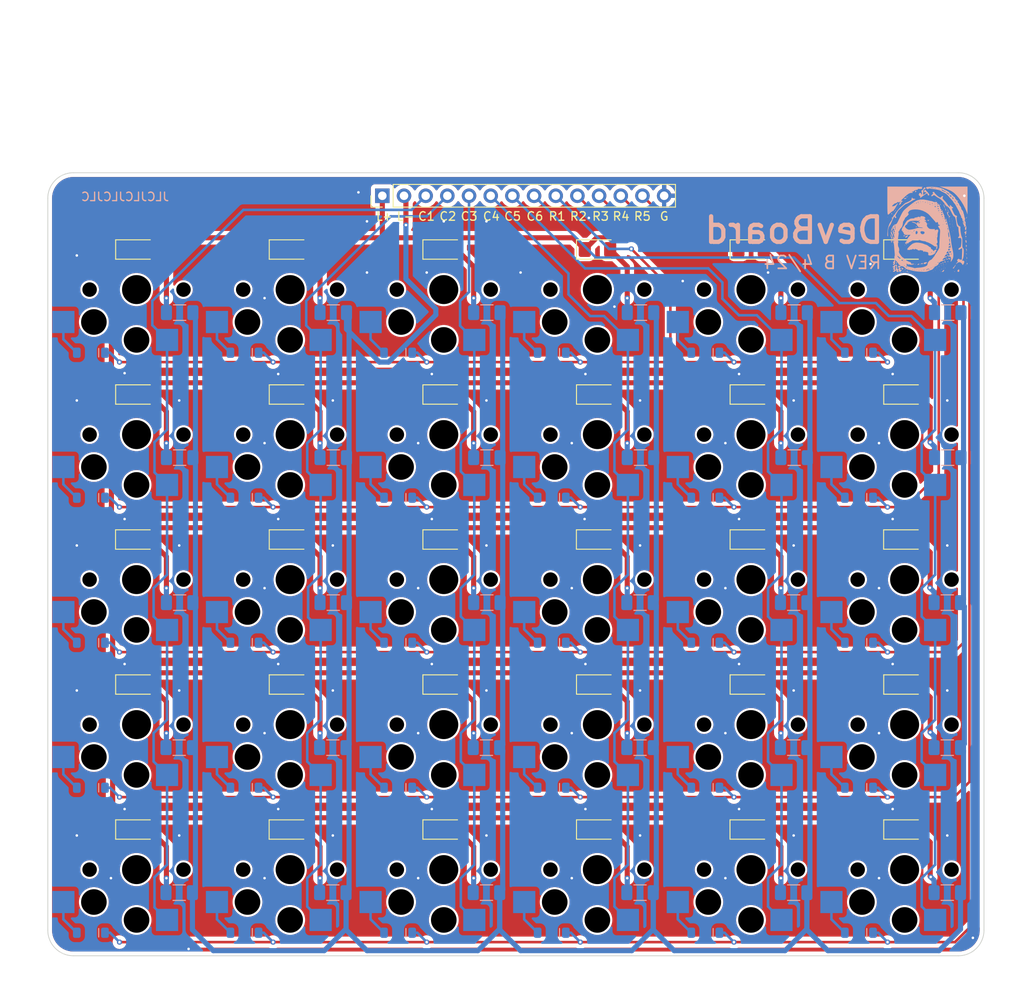
<source format=kicad_pcb>
(kicad_pcb (version 20240108) (generator "pcbnew") (generator_version "8.0")
  (layers (0 "F.Cu" signal) (31 "B.Cu" signal) (34 "B.Paste" user) (35 "F.Paste" user) (36 "B.SilkS" user "B.Silkscreen") (37 "F.SilkS" user "F.Silkscreen") (38 "B.Mask" user) (39 "F.Mask" user) (44 "Edge.Cuts" user))
  (net 0 "")
  (net 1 "Net-(D1-Pad2)")
  (net 2 "ROW1")
  (net 3 "COL1")
  (net 4 "COL2")
  (net 5 "COL3")
  (net 6 "COL4")
  (net 7 "COL5")
  (net 8 "COL6")
  (net 9 "Net-(LED1-K)")
  (net 10 "LED+")
  (net 11 "Net-(LED2-K)")
  (net 12 "Net-(LED3-K)")
  (net 13 "Net-(LED4-K)")
  (net 14 "Net-(LED5-K)")
  (net 15 "Net-(LED6-K)")
  (net 16 "Net-(LED7-K)")
  (net 17 "Net-(LED8-K)")
  (net 18 "Net-(LED9-K)")
  (net 19 "Net-(LED10-K)")
  (net 20 "Net-(LED11-K)")
  (net 21 "Net-(LED12-K)")
  (net 22 "Net-(LED13-K)")
  (net 23 "Net-(LED14-K)")
  (net 24 "Net-(LED15-K)")
  (net 25 "Net-(LED16-K)")
  (net 26 "Net-(LED17-K)")
  (net 27 "Net-(LED18-K)")
  (net 28 "Net-(LED19-K)")
  (net 29 "Net-(LED20-K)")
  (net 30 "Net-(LED21-K)")
  (net 31 "Net-(LED22-K)")
  (net 32 "Net-(LED23-K)")
  (net 33 "Net-(LED24-K)")
  (net 34 "Net-(LED25-K)")
  (net 35 "Net-(LED26-K)")
  (net 36 "Net-(LED27-K)")
  (net 37 "Net-(LED28-K)")
  (net 38 "Net-(LED29-K)")
  (net 39 "Net-(LED30-K)")
  (net 40 "Net-(D2-Pad2)")
  (net 41 "Net-(D3-Pad2)")
  (net 42 "Net-(D4-Pad2)")
  (net 43 "Net-(D5-Pad2)")
  (net 44 "Net-(D6-Pad2)")
  (net 45 "Net-(D7-Pad2)")
  (net 46 "Net-(D8-Pad2)")
  (net 47 "Net-(D9-Pad2)")
  (net 48 "Net-(D10-Pad2)")
  (net 49 "Net-(D11-Pad2)")
  (net 50 "Net-(D12-Pad2)")
  (net 51 "Net-(D13-Pad2)")
  (net 52 "Net-(D14-Pad2)")
  (net 53 "Net-(D15-Pad2)")
  (net 54 "Net-(D16-Pad2)")
  (net 55 "Net-(D17-Pad2)")
  (net 56 "Net-(D18-Pad2)")
  (net 57 "Net-(D19-Pad2)")
  (net 58 "Net-(D20-Pad2)")
  (net 59 "Net-(D21-Pad2)")
  (net 60 "Net-(D22-Pad2)")
  (net 61 "Net-(D23-Pad2)")
  (net 62 "Net-(D24-Pad2)")
  (net 63 "Net-(D25-Pad2)")
  (net 64 "Net-(D26-Pad2)")
  (net 65 "Net-(D27-Pad2)")
  (net 66 "Net-(D28-Pad2)")
  (net 67 "Net-(D29-Pad2)")
  (net 68 "Net-(D30-Pad2)")
  (net 69 "ROW2")
  (net 70 "ROW3")
  (net 71 "ROW4")
  (net 72 "ROW5")
  (net 73 "LED-")
  (net 74 "GND")
  (footprint "pg1350:pg1350-HCN" (layer "F.Cu") (at 126 85 180)
    (property "Reference" "SW18" (hide yes))
    (property "Value" "PG1350")
  )
  (footprint "LED_SMD:LED_1206_3216Metric_Pad1.42x1.75mm_HandSolder" (layer "F.Cu") (at 108.0125 46.3)
    (property "Reference" "LED5" (hide yes))
    (property "Value" "~")
  )
  (footprint "LED_SMD:LED_1206_3216Metric_Pad1.42x1.75mm_HandSolder" (layer "F.Cu") (at 126.0125 46.3)
    (property "Reference" "LED6" (hide yes))
    (property "Value" "~")
  )
  (footprint "LED_SMD:LED_1206_3216Metric_Pad1.42x1.75mm_HandSolder" (layer "F.Cu") (at 126.0125 97.3)
    (property "Reference" "LED24" (hide yes))
    (property "Value" "~")
  )
  (footprint "Connector_PinHeader_2.54mm:PinHeader_1x14_P2.54mm_Vertical" (layer "F.Cu") (at 64.8 40 90)
    (property "Reference" "J1" (hide yes))
    (property "Value" "Conn_01x14_Pin")
  )
  (footprint "pg1350:pg1350-HCN" (layer "F.Cu") (at 72 68 180)
    (property "Reference" "SW9" (hide yes))
    (property "Value" "PG1350")
  )
  (footprint "LED_SMD:LED_1206_3216Metric_Pad1.42x1.75mm_HandSolder" (layer "F.Cu") (at 126.0125 114.3)
    (property "Reference" "LED30" (hide yes))
    (property "Value" "~")
  )
  (footprint "pg1350:pg1350-HCN" (layer "F.Cu") (at 126 68 180)
    (property "Reference" "SW12" (hide yes))
    (property "Value" "PG1350")
  )
  (footprint "LED_SMD:LED_1206_3216Metric_Pad1.42x1.75mm_HandSolder" (layer "F.Cu") (at 126 80.3)
    (property "Reference" "LED18" (hide yes))
    (property "Value" "~")
  )
  (footprint "pg1350:pg1350-HCN" (layer "F.Cu") (at 126 119 180)
    (property "Reference" "SW30" (hide yes))
    (property "Value" "PG1350")
  )
  (footprint "LED_SMD:LED_1206_3216Metric_Pad1.42x1.75mm_HandSolder" (layer "F.Cu") (at 54.0125 80.3)
    (property "Reference" "LED14" (hide yes))
    (property "Value" "~")
  )
  (footprint "pg1350:pg1350-HCN" (layer "F.Cu") (at 126 51 180)
    (property "Reference" "SW6" (hide yes))
    (property "Value" "PG1350")
  )
  (footprint "pg1350:pg1350-HCN" (layer "F.Cu") (at 90 102 180)
    (property "Reference" "SW22" (hide yes))
    (property "Value" "PG1350")
  )
  (footprint "pg1350:pg1350-HCN" (layer "F.Cu") (at 54 85 180)
    (property "Reference" "SW14" (hide yes))
    (property "Value" "PG1350")
  )
  (footprint "pg1350:pg1350-HCN" (layer "F.Cu") (at 36 51 180)
    (property "Reference" "SW1" (hide yes))
    (property "Value" "PG1350")
  )
  (footprint "LED_SMD:LED_1206_3216Metric_Pad1.42x1.75mm_HandSolder" (layer "F.Cu") (at 36.0125 97.3)
    (property "Reference" "LED19" (hide yes))
    (property "Value" "~")
  )
  (footprint "pg1350:pg1350-HCN" (layer "F.Cu") (at 90 68 180)
    (property "Reference" "SW10" (hide yes))
    (property "Value" "PG1350")
  )
  (footprint "LED_SMD:LED_1206_3216Metric_Pad1.42x1.75mm_HandSolder" (layer "F.Cu") (at 72.0125 63.3)
    (property "Reference" "LED9" (hide yes))
    (property "Value" "~")
  )
  (footprint "pg1350:pg1350-HCN" (layer "F.Cu") (at 108 119 180)
    (property "Reference" "SW29" (hide yes))
    (property "Value" "PG1350")
  )
  (footprint "pg1350:pg1350-HCN" (layer "F.Cu") (at 72 102 180)
    (property "Reference" "SW21" (hide yes))
    (property "Value" "PG1350")
  )
  (footprint "pg1350:pg1350-HCN" (layer "F.Cu") (at 54 102 180)
    (property "Reference" "SW20" (hide yes))
    (property "Value" "PG1350")
  )
  (footprint "pg1350:pg1350-HCN" (layer "F.Cu") (at 36 102 180)
    (property "Reference" "SW19" (hide yes))
    (property "Value" "PG1350")
  )
  (footprint "pg1350:pg1350-HCN" (layer "F.Cu") (at 72 51 180)
    (property "Reference" "SW3" (hide yes))
    (property "Value" "PG1350")
  )
  (footprint "LED_SMD:LED_1206_3216Metric_Pad1.42x1.75mm_HandSolder" (layer "F.Cu") (at 54.0125 63.3)
    (property "Reference" "LED8" (hide yes))
    (property "Value" "~")
  )
  (footprint "LED_SMD:LED_1206_3216Metric_Pad1.42x1.75mm_HandSolder" (layer "F.Cu") (at 54.0125 97.3)
    (property "Reference" "LED20" (hide yes))
    (property "Value" "~")
  )
  (footprint "pg1350:pg1350-HCN" (layer "F.Cu") (at 126 102 180)
    (property "Reference" "SW24" (hide yes))
    (property "Value" "PG1350")
  )
  (footprint "LED_SMD:LED_1206_3216Metric_Pad1.42x1.75mm_HandSolder" (layer "F.Cu") (at 36.0125 63.3)
    (property "Reference" "LED7" (hide yes))
    (property "Value" "~")
  )
  (footprint "LED_SMD:LED_1206_3216Metric_Pad1.42x1.75mm_HandSolder" (layer "F.Cu") (at 108 114.3)
    (property "Reference" "LED29" (hide yes))
    (property "Value" "~")
  )
  (footprint "LED_SMD:LED_1206_3216Metric_Pad1.42x1.75mm_HandSolder" (layer "F.Cu") (at 72.0125 97.3)
    (property "Reference" "LED21" (hide yes))
    (property "Value" "~")
  )
  (footprint "pg1350:pg1350-HCN" (layer "F.Cu") (at 54 119 180)
    (property "Reference" "SW26" (hide yes))
    (property "Value" "PG1350")
  )
  (footprint "LED_SMD:LED_1206_3216Metric_Pad1.42x1.75mm_HandSolder" (layer "F.Cu") (at 36.0125 114.3)
    (property "Reference" "LED25" (hide yes))
    (property "Value" "~")
  )
  (footprint "pg1350:pg1350-HCN" (layer "F.Cu") (at 90 51 180)
    (property "Reference" "SW4" (hide yes))
    (property "Value" "PG1350")
  )
  (footprint "LED_SMD:LED_1206_3216Metric_Pad1.42x1.75mm_HandSolder" (layer "F.Cu") (at 36.0125 46.3)
    (property "Reference" "LED1" (hide yes))
    (property "Value" "~")
  )
  (footprint "pg1350:pg1350-HCN" (layer "F.Cu") (at 108 51 180)
    (property "Reference" "SW5" (hide yes))
    (property "Value" "PG1350")
  )
  (footprint "LED_SMD:LED_1206_3216Metric_Pad1.42x1.75mm_HandSolder" (layer "F.Cu") (at 126.0125 63.3)
    (property "Reference" "LED12" (hide yes))
    (property "Value" "~")
  )
  (footprint "LED_SMD:LED_1206_3216Metric_Pad1.42x1.75mm_HandSolder" (layer "F.Cu") (at 72.0125 46.3)
    (property "Reference" "LED3" (hide yes))
    (property "Value" "~")
  )
  (footprint "LED_SMD:LED_1206_3216Metric_Pad1.42x1.75mm_HandSolder" (layer "F.Cu") (at 90.0125 97.3)
    (property "Reference" "LED22" (hide yes))
    (property "Value" "~")
  )
  (footprint "LED_SMD:LED_1206_3216Metric_Pad1.42x1.75mm_HandSolder" (layer "F.Cu") (at 90.0125 46.3)
    (property "Reference" "LED4" (hide yes))
    (property "Value" "~")
  )
  (footprint "pg1350:pg1350-HCN" (layer "F.Cu") (at 108 68 180)
    (property "Reference" "SW11" (hide yes))
    (property "Value" "PG1350")
  )
  (footprint "pg1350:pg1350-HCN" (layer "F.Cu") (at 36 85 180)
    (property "Reference" "SW13" (hide yes))
    (property "Value" "PG1350")
  )
  (footprint "pg1350:pg1350-HCN" (layer "F.Cu") (at 72 85 180)
    (property "Reference" "SW15" (hide yes))
    (property "Value" "PG1350")
  )
  (footprint "LED_SMD:LED_1206_3216Metric_Pad1.42x1.75mm_HandSolder" (layer "F.Cu") (at 90.0125 63.3)
    (property "Reference" "LED10" (hide yes))
    (property "Value" "~")
  )
  (footprint "pg1350:pg1350-HCN" (layer "F.Cu") (at 72 119 180)
    (property "Reference" "SW27" (hide yes))
    (property "Value" "PG1350")
  )
  (footprint "LED_SMD:LED_1206_3216Metric_Pad1.42x1.75mm_HandSolder" (layer "F.Cu") (at 108.0125 80.3)
    (property "Reference" "LED17" (hide yes))
    (property "Value" "~")
  )
  (footprint "LED_SMD:LED_1206_3216Metric_Pad1.42x1.75mm_HandSolder" (layer "F.Cu") (at 72.0125 80.3)
    (property "Reference" "LED15" (hide yes))
    (property "Value" "~")
  )
  (footprint "LED_SMD:LED_1206_3216Metric_Pad1.42x1.75mm_HandSolder" (layer "F.Cu") (at 54 114.3)
    (property "Reference" "LED26" (hide yes))
    (property "Value" "~")
  )
  (footprint "pg1350:pg1350-HCN" (layer "F.Cu") (at 54 51 180)
    (property "Reference" "SW2" (hide yes))
    (property "Value" "PG1350")
  )
  (footprint "pg1350:pg1350-HCN" (layer "F.Cu") (at 108 85 180)
    (property "Reference" "SW17" (hide yes))
    (property "Value" "PG1350")
  )
  (footprint "LED_SMD:LED_1206_3216Metric_Pad1.42x1.75mm_HandSolder" (layer "F.Cu") (at 108.0125 97.3)
    (property "Reference" "LED23" (hide yes))
    (property "Value" "~")
  )
  (footprint "LED_SMD:LED_1206_3216Metric_Pad1.42x1.75mm_HandSolder" (layer "F.Cu") (at 90.0125 114.3)
    (property "Reference" "LED28" (hide yes))
    (property "Value" "~")
  )
  (footprint "LED_SMD:LED_1206_3216Metric_Pad1.42x1.75mm_HandSolder" (layer "F.Cu") (at 108.0125 63.3)
    (property "Reference" "LED11" (hide yes))
    (property "Value" "~")
  )
  (footprint "pg1350:pg1350-HCN" (layer "F.Cu") (at 54 68 180)
    (property "Reference" "SW8" (hide yes))
    (property "Value" "PG1350")
  )
  (footprint "LED_SMD:LED_1206_3216Metric_Pad1.42x1.75mm_HandSolder" (layer "F.Cu") (at 54.0125 46.3)
    (property "Reference" "LED2" (hide yes))
    (property "Value" "~")
  )
  (footprint "LED_SMD:LED_1206_3216Metric_Pad1.42x1.75mm_HandSolder" (layer "F.Cu") (at 72.0125 114.3)
    (property "Reference" "LED27" (hide yes))
    (property "Value" "~")
  )
  (footprint "pg1350:pg1350-HCN" (layer "F.Cu") (at 36 68 180)
    (property "Reference" "SW7" (hide yes))
    (property "Value" "PG1350")
  )
  (footprint "LED_SMD:LED_1206_3216Metric_Pad1.42x1.75mm_HandSolder" (layer "F.Cu") (at 90 80.3)
    (property "Reference" "LED16" (hide yes))
    (property "Value" "~")
  )
  (footprint "LED_SMD:LED_1206_3216Metric_Pad1.42x1.75mm_HandSolder" (layer "F.Cu") (at 36 80.3)
    (property "Reference" "LED13" (hide yes))
    (property "Value" "~")
  )
  (footprint "pg1350:pg1350-HCN" (layer "F.Cu") (at 108 102 180)
    (property "Reference" "SW23" (hide yes))
    (property "Value" "PG1350")
  )
  (footprint "pg1350:pg1350-HCN" (layer "F.Cu") (at 36 119 180)
    (property "Reference" "SW25" (hide yes))
    (property "Value" "PG1350")
  )
  (footprint "pg1350:pg1350-HCN" (layer "F.Cu") (at 90 119 180)
    (property "Reference" "SW28" (hide yes))
    (property "Value" "PG1350")
  )
  (footprint "pg1350:pg1350-HCN" (layer "F.Cu") (at 90 85 180)
    (property "Reference" "SW16" (hide yes))
    (property "Value" "PG1350" (hide yes))
  )
  (footprint "Diode_SMD:D_SOD-123" (layer "B.Cu") (at 30.65 109.4 180)
    (property "Reference" "D19" (hide yes))
    (property "Value" "~")
  )
  (footprint "Resistor_SMD:R_1206_3216Metric_Pad1.30x1.75mm_HandSolder" (layer "B.Cu") (at 59.05 53.7 180)
    (property "Reference" "R2" (hide yes))
    (property "Value" "470")
  )
  (footprint "Resistor_SMD:R_1206_3216Metric_Pad1.30x1.75mm_HandSolder" (layer "B.Cu") (at 131 104.7 180)
    (property "Reference" "R24" (hide yes))
    (property "Value" "470")
  )
  (footprint "Diode_SMD:D_SOD-123" (layer "B.Cu") (at 120.65 109.4 180)
    (property "Reference" "D24" (hide yes))
    (property "Value" "~")
  )
  (footprint "Resistor_SMD:R_1206_3216Metric_Pad1.30x1.75mm_HandSolder" (layer "B.Cu") (at 131 121.7 180)
    (property "Reference" "R30" (hide yes))
    (property "Value" "470")
  )
  (footprint "Diode_SMD:D_SOD-123" (layer "B.Cu") (at 84.65 92.4 180)
    (property "Reference" "D16" (hide yes))
    (property "Value" "~")
  )
  (footprint "Resistor_SMD:R_1206_3216Metric_Pad1.30x1.75mm_HandSolder" (layer "B.Cu") (at 95 121.7 180)
    (property "Reference" "R28" (hide yes))
    (property "Value" "470")
  )
  (footprint "Diode_SMD:D_SOD-123" (layer "B.Cu") (at 84.65 126.4 180)
    (property "Reference" "D28" (hide yes))
    (property "Value" "~")
  )
  (footprint "Diode_SMD:D_SOD-123" (layer "B.Cu") (at 48.65 75.4 180)
    (property "Reference" "D8" (hide yes))
    (property "Value" "~")
  )
  (footprint "Diode_SMD:D_SOD-123" (layer "B.Cu") (at 66.65 126.4 180)
    (property "Reference" "D27" (hide yes))
    (property "Value" "~")
  )
  (footprint "Resistor_SMD:R_1206_3216Metric_Pad1.30x1.75mm_HandSolder" (layer "B.Cu") (at 95 104.7 180)
    (property "Reference" "R22" (hide yes))
    (property "Value" "470")
  )
  (footprint "Resistor_SMD:R_1206_3216Metric_Pad1.30x1.75mm_HandSolder" (layer "B.Cu") (at 59 121.7 180)
    (property "Reference" "R26" (hide yes))
    (property "Value" "470")
  )
  (footprint "Diode_SMD:D_SOD-123" (layer "B.Cu") (at 66.65 58.4 180)
    (property "Reference" "D3" (hide yes))
    (property "Value" "~")
  )
  (footprint "Resistor_SMD:R_1206_3216Metric_Pad1.30x1.75mm_HandSolder" (layer "B.Cu") (at 59.05 70.7 180)
    (property "Reference" "R8" (hide yes))
    (property "Value" "470")
  )
  (footprint "Resistor_SMD:R_1206_3216Metric_Pad1.30x1.75mm_HandSolder" (layer "B.Cu") (at 77.05 70.7 180)
    (property "Reference" "R9" (hide yes))
    (property "Value" "470")
  )
  (footprint "Diode_SMD:D_SOD-123" (layer "B.Cu") (at 102.65 109.4 180)
    (property "Reference" "D23" (hide yes))
    (property "Value" "~")
  )
  (footprint "Diode_SMD:D_SOD-123" (layer "B.Cu") (at 30.65 58.4 180)
    (property "Reference" "D1" (hide yes))
    (property "Value" "~")
  )
  (footprint "Resistor_SMD:R_1206_3216Metric_Pad1.30x1.75mm_HandSolder" (layer "B.Cu") (at 131.05 70.7 180)
    (property "Reference" "R12" (hide yes))
    (property "Value" "470")
  )
  (footprint "logo:logo_10mm" (layer "B.Cu") (at 128.7 43.9 180)
    (property "Reference" "G***" (hide yes))
    (property "Value" "LOGO" (hide yes))
  )
  (footprint "Diode_SMD:D_SOD-123" (layer "B.Cu") (at 66.65 75.4 180)
    (property "Reference" "D9" (hide yes))
    (property "Value" "~")
  )
  (footprint "Diode_SMD:D_SOD-123" (layer "B.Cu") (at 66.65 92.4 180)
    (property "Reference" "D15" (hide yes))
    (property "Value" "~")
  )
  (footprint "Resistor_SMD:R_1206_3216Metric_Pad1.30x1.75mm_HandSolder" (layer "B.Cu") (at 95.05 70.7 180)
    (property "Reference" "R10" (hide yes))
    (property "Value" "470")
  )
  (footprint "Resistor_SMD:R_1206_3216Metric_Pad1.30x1.75mm_HandSolder" (layer "B.Cu") (at 77.05 87.7 180)
    (property "Reference" "R15" (hide yes))
    (property "Value" "470")
  )
  (footprint "Resistor_SMD:R_1206_3216Metric_Pad1.30x1.75mm_HandSolder" (layer "B.Cu") (at 41.05 70.7 180)
    (property "Reference" "R7" (hide yes))
    (property "Value" "470")
  )
  (footprint "Resistor_SMD:R_1206_3216Metric_Pad1.30x1.75mm_HandSolder" (layer "B.Cu") (at 113 104.7 180)
    (property "Reference" "R23" (hide yes))
    (property "Value" "470")
  )
  (footprint "Diode_SMD:D_SOD-123" (layer "B.Cu") (at 30.65 75.4 180)
    (property "Reference" "D7" (hide yes))
    (property "Value" "~")
  )
  (footprint "Diode_SMD:D_SOD-123" (layer "B.Cu") (at 48.65 58.4 180)
    (property "Reference" "D2" (hide yes))
    (property "Value" "~")
  )
  (footprint "Resistor_SMD:R_1206_3216Metric_Pad1.30x1.75mm_HandSolder" (layer "B.Cu") (at 41.05 53.7 180)
    (property "Reference" "R1" (hide yes))
    (property "Value" "470")
  )
  (footprint "Diode_SMD:D_SOD-123" (layer "B.Cu") (at 102.65 75.4 180)
    (property "Reference" "D11" (hide yes))
    (property "Value" "~")
  )
  (footprint "Resistor_SMD:R_1206_3216Metric_Pad1.30x1.75mm_HandSolder" (layer "B.Cu") (at 113.05 53.7 180)
    (property "Reference" "R5" (hide yes))
    (property "Value" "470")
  )
  (footprint "Resistor_SMD:R_1206_3216Metric_Pad1.30x1.75mm_HandSolder" (layer "B.Cu") (at 95.05 53.7 180)
    (property "Reference" "R4" (hide yes))
    (property "Value" "470")
  )
  (footprint "Diode_SMD:D_SOD-123" (layer "B.Cu") (at 84.65 109.4 180)
    (property "Reference" "D22" (hide yes))
    (property "Value" "~")
  )
  (footprint "Diode_SMD:D_SOD-123" (layer "B.Cu") (at 120.65 75.4 180)
    (property "Reference" "D12" (hide yes))
    (property "Value" "~")
  )
  (footprint "Diode_SMD:D_SOD-123" (layer "B.Cu") (at 30.65 126.4 180)
    (property "Reference" "D25" (hide yes))
    (property "Value" "~")
  )
  (footprint "Resistor_SMD:R_1206_3216Metric_Pad1.30x1.75mm_HandSolder" (layer "B.Cu") (at 41.05 87.7 180)
    (property "Reference" "R13" (hide yes))
    (property "Value" "470")
  )
  (footprint "Resistor_SMD:R_1206_3216Metric_Pad1.30x1.75mm_HandSolder" (layer "B.Cu") (at 113 121.7 180)
    (property "Reference" "R29" (hide yes))
    (property "Value" "470")
  )
  (footprint "Resistor_SMD:R_1206_3216Metric_Pad1.30x1.75mm_HandSolder" (layer "B.Cu") (at 113.05 70.7 180)
    (property "Reference" "R11" (hide yes))
    (property "Value" "470")
  )
  (footprint "Resistor_SMD:R_1206_3216Metric_Pad1.30x1.75mm_HandSolder" (layer "B.Cu") (at 131 87.7 180)
    (property "Reference" "R18" (hide yes))
    (property "Value" "470")
  )
  (footprint "Diode_SMD:D_SOD-123" (layer "B.Cu") (at 48.65 126.4 180)
    (property "Reference" "D26" (hide yes))
    (property "Value" "~")
  )
  (footprint "Diode_SMD:D_SOD-123" (layer "B.Cu") (at 102.65 126.4 180)
    (property "Reference" "D29" (hide yes))
    (property "Value" "~")
  )
  (footprint "Resistor_SMD:R_1206_3216Metric_Pad1.30x1.75mm_HandSolder" (layer "B.Cu") (at 59.05 87.7 180)
    (property "Reference" "R14" (hide yes))
    (property "Value" "470")
  )
  (footprint "Resistor_SMD:R_1206_3216Metric_Pad1.30x1.75mm_HandSolder" (layer "B.Cu") (at 95 87.7 180)
    (property "Reference" "R16" (hide yes))
    (property "Value" "470")
  )
  (footprint "Diode_SMD:D_SOD-123" (layer "B.Cu") (at 102.65 92.4 180)
    (property "Reference" "D17" (hide yes))
    (property "Value" "~")
  )
  (footprint "Resistor_SMD:R_1206_3216Metric_Pad1.30x1.75mm_HandSolder" (layer "B.Cu") (at 77 121.7 180)
    (property "Reference" "R27" (hide yes))
    (property "Value" "470")
  )
  (footprint "Resistor_SMD:R_1206_3216Metric_Pad1.30x1.75mm_HandSolder" (layer "B.Cu") (at 59 104.7 180)
    (property "Reference" "R20" (hide yes))
    (property "Value" "470")
  )
  (footprint "Resistor_SMD:R_1206_3216Metric_Pad1.30x1.75mm_HandSolder" (layer "B.Cu") (at 113 87.7 180)
    (property "Reference" "R17" (hide yes))
    (property "Value" "470")
  )
  (footprint "Resistor_SMD:R_1206_3216Metric_Pad1.30x1.75mm_HandSolder" (layer "B.Cu") (at 131.05 53.7 180)
    (property "Reference" "R6" (hide yes))
    (property "Value" "470")
  )
  (footprint "Resistor_SMD:R_1206_3216Metric_Pad1.30x1.75mm_HandSolder" (layer "B.Cu") (at 41 104.7 180)
    (property "Reference" "R19" (hide yes))
    (property "Value" "470")
  )
  (footprint "Diode_SMD:D_SOD-123" (layer "B.Cu") (at 84.65 58.4 180)
    (property "Reference" "D4" (hide yes))
    (property "Value" "~")
  )
  (footprint "Diode_SMD:D_SOD-123" (layer "B.Cu") (at 120.65 92.4 180)
    (property "Reference" "D18" (hide yes))
    (property "Value" "~")
  )
  (footprint "Diode_SMD:D_SOD-123" (layer "B.Cu") (at 120.65 126.4 180)
    (property "Reference" "D30" (hide yes))
    (property "Value" "~")
  )
  (footprint "Diode_SMD:D_SOD-123" (layer "B.Cu") (at 66.65 109.4 180)
    (property "Reference" "D21" (hide yes))
    (property "Value" "~")
  )
  (footprint "Resistor_SMD:R_1206_3216Metric_Pad1.30x1.75mm_HandSolder" (layer "B.Cu") (at 77 104.7 180)
    (property "Reference" "R21" (hide yes))
    (property "Value" "470")
  )
  (footprint "Diode_SMD:D_SOD-123" (layer "B.Cu") (at 48.65 109.4 180)
    (property "Reference" "D20" (hide yes))
    (property "Value" "~")
  )
  (footprint "Diode_SMD:D_SOD-123" (layer "B.Cu") (at 30.65 92.4 180)
    (property "Reference" "D13" (hide yes))
    (property "Value" "~")
  )
  (footprint "Resistor_SMD:R_1206_3216Metric_Pad1.30x1.75mm_HandSolder" (layer "B.Cu") (at 77.05 53.7 180)
    (property "Reference" "R3" (hide yes))
    (property "Value" "470")
  )
  (footprint "Diode_SMD:D_SOD-123" (layer "B.Cu") (at 84.65 75.4 180)
    (property "Reference" "D10" (hide yes))
    (property "Value" "~")
  )
  (footprint "Resistor_SMD:R_1206_3216Metric_Pad1.30x1.75mm_HandSolder" (layer "B.Cu") (at 41 121.7 180)
    (property "Reference" "R25" (hide yes))
    (property "Value" "470")
  )
  (footprint "Diode_SMD:D_SOD-123" (layer "B.Cu") (at 102.65 58.4 180)
    (property "Reference" "D5" (hide yes))
    (property "Value" "~")
  )
  (footprint "Diode_SMD:D_SOD-123" (layer "B.Cu") (at 48.65 92.4 180)
    (property "Reference" "D14" (hide yes))
    (property "Value" "~")
  )
  (footprint "Diode_SMD:D_SOD-123" (layer "B.Cu") (at 120.65 58.4 180)
    (property "Reference" "D6" (hide yes))
    (property "Value" "~")
  )
  (gr_line (start 25.6 40.3) (end 25.6 126.1) (stroke (width 0.1)) (layer "Edge.Cuts"))
  (gr_arc (start 132.3 37.3) (mid 134.42132 38.17868) (end 135.3 40.3) (stroke (width 0.1)) (layer "Edge.Cuts"))
  (gr_arc (start 135.3 126.1) (mid 134.42132 128.22132) (end 132.3 129.1) (stroke (width 0.1)) (layer "Edge.Cuts"))
  (gr_arc (start 25.6 40.3) (mid 26.47868 38.17868) (end 28.6 37.3) (stroke (width 0.1)) (layer "Edge.Cuts"))
  (gr_arc (start 28.6 129.1) (mid 26.47868 128.22132) (end 25.6 126.1) (stroke (width 0.1)) (layer "Edge.Cuts"))
  (gr_line (start 135.3 126.1) (end 135.3 40.3) (stroke (width 0.1)) (layer "Edge.Cuts"))
  (gr_line (start 28.6 129.1) (end 132.3 129.1) (stroke (width 0.1)) (layer "Edge.Cuts"))
  (gr_line (start 132.3 37.3) (end 28.6 37.3) (stroke (width 0.1)) (layer "Edge.Cuts"))
  (gr_text "REV B 4/24" (at 123.4 48.7 0) (layer "B.SilkS") (effects (font (size 1.5 1.5) (thickness 0.2) (bold yes)) (justify left bottom mirror)))
  (gr_text "JLCJLCJLCJLC" (at 39.9 40.7 0) (layer "B.SilkS") (effects (font (size 1 1)) (justify left bottom mirror)))
  (gr_text "DevBoard" (at 123.8 45.8 0) (layer "B.SilkS") (effects (font (size 3 3) (thickness 0.5) (bold yes)) (justify left bottom mirror)))
  (gr_text "R2" (at 86.7 43 0) (layer "F.SilkS") (effects (font (size 1 1)) (justify left bottom)))
  (gr_text "C4" (at 76.5 43 0) (layer "F.SilkS") (effects (font (size 1 1)) (justify left bottom)))
  (gr_text "R3" (at 89.3 43 0) (layer "F.SilkS") (effects (font (size 1 1)) (justify left bottom)))
  (gr_text "C2" (at 71.4 43 0) (layer "F.SilkS") (effects (font (size 1 1)) (justify left bottom)))
  (gr_text "L+" (at 64 43 0) (layer "F.SilkS") (effects (font (size 1 0.9) (thickness 0.15) (bold yes)) (justify left bottom)))
  (gr_text "G" (at 97.23 43 0) (layer "F.SilkS") (effects (font (size 1 1)) (justify left bottom)))
  (gr_text "L-" (at 66.4 43 0) (layer "F.SilkS") (effects (font (size 1 1)) (justify left bottom)))
  (gr_text "C3" (at 73.9 43 0) (layer "F.SilkS") (effects (font (size 1 1)) (justify left bottom)))
  (gr_text "R5" (at 94.2 43 0) (layer "F.SilkS") (effects (font (size 1 1)) (justify left bottom)))
  (gr_text "C5" (at 79 43 0) (layer "F.SilkS") (effects (font (size 1 1)) (justify left bottom)))
  (gr_text "R4" (at 91.7 43 0) (layer "F.SilkS") (effects (font (size 1 1)) (justify left bottom)))
  (gr_text "C1" (at 68.9 43 0) (layer "F.SilkS") (effects (font (size 1 1)) (justify left bottom)))
  (gr_text "R1" (at 84.2 43 0) (layer "F.SilkS") (effects (font (size 1 1)) (justify left bottom)))
  (gr_text "C6" (at 81.6 43 0) (layer "F.SilkS") (effects (font (size 1 1)) (justify left bottom)))
  (segment (start 27.425 56.825) (end 29 58.4) (width 0.3) (layer "B.Cu") (net 1))
  (segment (start 27.425 54.8) (end 27.425 56.825) (width 0.3) (layer "B.Cu") (net 1))
  (segment (start 27.425 54.725) (end 27.3 54.6) (width 0.3) (layer "B.Cu") (net 1))
  (segment (start 27.425 54.8) (end 27.425 54.725) (width 0.3) (layer "B.Cu") (net 1))
  (segment (start 52 59.5) (end 70 59.5) (width 0.3) (layer "F.Cu") (net 2))
  (segment (start 88 59.5) (end 98.552 59.5) (width 0.3) (layer "F.Cu") (net 2))
  (segment (start 106 59.5) (end 124 59.5) (width 0.3) (layer "F.Cu") (net 2))
  (segment (start 70 59.5) (end 88 59.5) (width 0.3) (layer "F.Cu") (net 2))
  (segment (start 34 59.5) (end 52 59.5) (width 0.3) (layer "F.Cu") (net 2))
  (segment (start 98.552 59.5) (end 98.552 50.8) (width 0.3) (layer "F.Cu") (net 2))
  (segment (start 98.552 59.5) (end 106 59.5) (width 0.3) (layer "F.Cu") (net 2))
  (segment (start 98.552 50.8) (end 93.98 46.228) (width 0.3) (layer "F.Cu") (net 2))
  (via (at 34 59.5) (size 0.6) (drill 0.3) (layers "F.Cu" "B.Cu") (net 2))
  (via (at 93.98 46.228) (size 0.6) (drill 0.3) (layers "F.Cu" "B.Cu") (net 2))
  (via (at 106 59.5) (size 0.6) (drill 0.3) (layers "F.Cu" "B.Cu") (net 2))
  (via (at 70 59.5) (size 0.6) (drill 0.3) (layers "F.Cu" "B.Cu") (net 2))
  (via (at 52 59.5) (size 0.6) (drill 0.3) (layers "F.Cu" "B.Cu") (net 2))
  (via (at 88 59.5) (size 0.6) (drill 0.3) (layers "F.Cu" "B.Cu") (net 2))
  (via (at 124 59.5) (size 0.6) (drill 0.3) (layers "F.Cu" "B.Cu") (net 2))
  (segment (start 122.3 58.4) (end 122.9 58.4) (width 0.3) (layer "B.Cu") (net 2))
  (segment (start 68.9 58.4) (end 70 59.5) (width 0.3) (layer "B.Cu") (net 2))
  (segment (start 50.9 58.4) (end 52 59.5) (width 0.3) (layer "B.Cu") (net 2))
  (segment (start 91.348 46.228) (end 85.12 40) (width 0.3) (layer "B.Cu") (net 2))
  (segment (start 122.9 58.4) (end 124 59.5) (width 0.3) (layer "B.Cu") (net 2))
  (segment (start 86.3 58.4) (end 86.9 58.4) (width 0.3) (layer "B.Cu") (net 2))
  (segment (start 86.9 58.4) (end 88 59.5) (width 0.3) (layer "B.Cu") (net 2))
  (segment (start 93.98 46.228) (end 91.348 46.228) (width 0.3) (layer "B.Cu") (net 2))
  (segment (start 104.3 58.4) (end 104.9 58.4) (width 0.3) (layer "B.Cu") (net 2))
  (segment (start 50.3 58.4) (end 50.9 58.4) (width 0.3) (layer "B.Cu") (net 2))
  (segment (start 32.9 58.4) (end 34 59.5) (width 0.3) (layer "B.Cu") (net 2))
  (segment (start 68.3 58.4) (end 68.9 58.4) (width 0.3) (layer "B.Cu") (net 2))
  (segment (start 32.3 58.4) (end 32.9 58.4) (width 0.3) (layer "B.Cu") (net 2))
  (segment (start 104.9 58.4) (end 106 59.5) (width 0.3) (layer "B.Cu") (net 2))
  (segment (start 38.104 72.429) (end 38.104 68.896) (width 0.3) (layer "B.Cu") (net 3))
  (segment (start 38.104 119.896) (end 39.575 118.425) (width 0.3) (layer "B.Cu") (net 3))
  (segment (start 68.224 41.656) (end 69.88 40) (width 0.3) (layer "B.Cu") (net 3))
  (segment (start 38.104 123.429) (end 38.104 119.896) (width 0.3) (layer "B.Cu") (net 3))
  (segment (start 39.575 73.9) (end 38.104 72.429) (width 0.3) (layer "B.Cu") (net 3))
  (segment (start 39.575 56.9) (end 37.846 55.171) (width 0.3) (layer "B.Cu") (net 3))
  (segment (start 39.575 107.9) (end 38 106.325) (width 0.3) (layer "B.Cu") (net 3))
  (segment (start 39.575 90.9) (end 38 89.325) (width 0.3) (layer "B.Cu") (net 3))
  (segment (start 38 89.325) (end 38 86) (width 0.3) (layer "B.Cu") (net 3))
  (segment (start 38 106.325) (end 38 103) (width 0.3) (layer "B.Cu") (net 3))
  (segment (start 38 86) (end 39.575 84.425) (width 0.3) (layer "B.Cu") (net 3))
  (segment (start 48.514 41.656) (end 68.224 41.656) (width 0.3) (layer "B.Cu") (net 3))
  (segment (start 39.575 84.425) (end 39.575 73.9) (width 0.3) (layer "B.Cu") (net 3))
  (segment (start 38 103) (end 39.575 101.425) (width 0.3) (layer "B.Cu") (net 3))
  (segment (start 39.575 67.425) (end 39.575 56.9) (width 0.3) (layer "B.Cu") (net 3))
  (segment (start 39.575 124.9) (end 38.104 123.429) (width 0.3) (layer "B.Cu") (net 3))
  (segment (start 37.846 55.171) (end 37.846 52.324) (width 0.3) (layer "B.Cu") (net 3))
  (segment (start 39.575 101.425) (end 39.575 90.9) (width 0.3) (layer "B.Cu") (net 3))
  (segment (start 39.575 118.425) (end 39.575 107.9) (width 0.3) (layer "B.Cu") (net 3))
  (segment (start 38.104 68.896) (end 39.575 67.425) (width 0.3) (layer "B.Cu") (net 3))
  (segment (start 37.846 52.324) (end 48.514 41.656) (width 0.3) (layer "B.Cu") (net 3))
  (segment (start 55.88 55.205) (end 55.88 52.324) (width 0.3) (layer "B.Cu") (net 4))
  (segment (start 57.575 124.9) (end 56 123.325) (width 0.3) (layer "B.Cu") (net 4))
  (segment (start 56 72.325) (end 56 69) (width 0.3) (layer "B.Cu") (net 4))
  (segment (start 56 123.325) (end 56 120) (width 0.3) (layer "B.Cu") (net 4))
  (segment (start 56.104 85.896) (end 57.575 84.425) (width 0.3) (layer "B.Cu") (net 4))
  (segment (start 65.786 42.418) (end 70.002 42.418) (width 0.3) (layer "B.Cu") (net 4))
  (segment (start 57.575 56.9) (end 55.88 55.205) (width 0.3) (layer "B.Cu") (net 4))
  (segment (start 57.575 107.9) (end 56 106.325) (width 0.3) (layer "B.Cu") (net 4))
  (segment (start 56 103) (end 57.575 101.425) (width 0.3) (layer "B.Cu") (net 4))
  (segment (start 70.002 42.418) (end 72.42 40) (width 0.3) (layer "B.Cu") (net 4))
  (segment (start 57.575 101.425) (end 57.575 90.9) (width 0.3) (layer "B.Cu") (net 4))
  (segment (start 57.575 67.425) (end 57.575 56.9) (width 0.3) (layer "B.Cu") (net 4))
  (segment (start 56 69) (end 57.575 67.425) (width 0.3) (layer "B.Cu") (net 4))
  (segment (start 55.88 52.324) (end 65.786 42.418) (width 0.3) (layer "B.Cu") (net 4))
  (segment (start 57.575 56.9) (end 57.575 57) (width 0.3) (layer "B.Cu") (net 4))
  (segment (start 56 120) (end 57.575 118.425) (width 0.3) (layer "B.Cu") (net 4))
  (segment (start 57.575 90.9) (end 56.104 89.429) (width 0.3) (layer "B.Cu") (net 4))
  (segment (start 57.575 84.425) (end 57.575 73.9) (width 0.3) (layer "B.Cu") (net 4))
  (segment (start 57.575 73.9) (end 56 72.325) (width 0.3) (layer "B.Cu") (net 4))
  (segment (start 56.104 89.429) (end 56.104 85.896) (width 0.3) (layer "B.Cu") (net 4))
  (segment (start 57.575 118.425) (end 57.575 107.9) (width 0.3) (layer "B.Cu") (net 4))
  (segment (start 56 106.325) (end 56 103) (width 0.3) (layer "B.Cu") (net 4))
  (segment (start 74 106.325) (end 74 103) (width 0.3) (layer "B.Cu") (net 5))
  (segment (start 75.575 118.425) (end 75.575 107.9) (width 0.3) (layer "B.Cu") (net 5))
  (segment (start 75.575 56.9) (end 73.914 55.239) (width 0.3) (layer "B.Cu") (net 5))
  (segment (start 74 69) (end 75.575 67.425) (width 0.3) (layer "B.Cu") (net 5))
  (segment (start 74 103) (end 75.575 101.425) (width 0.3) (layer "B.Cu") (net 5))
  (segment (start 73.914 55.239) (end 73.914 52.324) (width 0.3) (layer "B.Cu") (net 5))
  (segment (start 74 72.325) (end 74 69) (width 0.3) (layer "B.Cu") (net 5))
  (segment (start 74 120) (end 75.575 118.425) (width 0.3) (layer "B.Cu") (net 5))
  (segment (start 75.575 101.425) (end 75.575 90.9) (width 0.3) (layer "B.Cu") (net 5))
  (segment (start 75.575 73.9) (end 74 72.325) (width 0.3) (layer "B.Cu") (net 5))
  (segment (start 75.575 84.425) (end 75.575 73.9) (width 0.3) (layer "B.Cu") (net 5))
  (segment (start 75.575 107.9) (end 74 106.325) (width 0.3) (layer "B.Cu") (net 5))
  (segment (start 73.914 52.324) (end 74.96 51.278) (width 0.3) (layer "B.Cu") (net 5))
  (segment (start 75.575 90.9) (end 74 89.325) (width 0.3) (layer "B.Cu") (net 5))
  (segment (start 74 123.325) (end 74 120) (width 0.3) (layer "B.Cu") (net 5))
  (segment (start 75.575 124.9) (end 74 123.325) (width 0.3) (layer "B.Cu") (net 5))
  (segment (start 74 86) (end 75.575 84.425) (width 0.3) (layer "B.Cu") (net 5))
  (segment (start 74 89.325) (end 74 86) (width 0.3) (layer "B.Cu") (net 5))
  (segment (start 74.96 51.278) (end 74.96 40) (width 0.3) (layer "B.Cu") (net 5))
  (segment (start 75.575 67.425) (end 75.575 56.9) (width 0.3) (layer "B.Cu") (net 5))
  (segment (start 89.154 54.102) (end 86.614 51.562) (width 0.3) (layer "B.Cu") (net 6))
  (segment (start 86.614 49.114) (end 77.5 40) (width 0.3) (layer "B.Cu") (net 6))
  (segment (start 93.575 124.9) (end 92 123.325) (width 0.3) (layer "B.Cu") (net 6))
  (segment (start 93.575 90.9) (end 92 89.325) (width 0.3) (layer "B.Cu") (net 6))
  (segment (start 92 72.325) (end 93.575 73.9) (width 0.3) (layer "B.Cu") (net 6))
  (segment (start 90.777 54.102) (end 89.154 54.102) (width 0.3) (layer "B.Cu") (net 6))
  (segment (start 92 106.325) (end 92 103) (width 0.3) (layer "B.Cu") (net 6))
  (segment (start 92 69) (end 92 72.325) (width 0.3) (layer "B.Cu") (net 6))
  (segment (start 86.614 51.562) (end 86.614 49.114) (width 0.3) (layer "B.Cu") (net 6))
  (segment (start 93.575 56.9) (end 90.777 54.102) (width 0.3) (layer "B.Cu") (net 6))
  (segment (start 93.575 107.9) (end 92 106.325) (width 0.3) (layer "B.Cu") (net 6))
  (segment (start 93.575 67.425) (end 92 69) (width 0.3) (layer "B.Cu") (net 6))
  (segment (start 93.575 118.425) (end 93.575 107.9) (width 0.3) (layer "B.Cu") (net 6))
  (segment (start 93.575 84.425) (end 93.575 73.9) (width 0.3) (layer "B.Cu") (net 6))
  (segment (start 92 89.325) (end 92 86) (width 0.3) (layer "B.Cu") (net 6))
  (segment (start 92 120) (end 93.575 118.425) (width 0.3) (layer "B.Cu") (net 6))
  (segment (start 93.575 56.9) (end 93.575 67.425) (width 0.3) (layer "B.Cu") (net 6))
  (segment (start 92 103) (end 93.575 101.425) (width 0.3) (layer "B.Cu") (net 6))
  (segment (start 93.575 101.425) (end 93.575 90.9) (width 0.3) (layer "B.Cu") (net 6))
  (segment (start 92 123.325) (end 92 120) (width 0.3) (layer "B.Cu") (net 6))
  (segment (start 92 86) (end 93.575 84.425) (width 0.3) (layer "B.Cu") (net 6))
  (segment (start 111.575 84.425) (end 111.575 73.9) (width 0.3) (layer "B.Cu") (net 7))
  (segment (start 104.648 50.165) (end 102.997 48.514) (width 0.3) (layer "B.Cu") (net 7))
  (segment (start 104.648 52.07) (end 104.648 50.165) (width 0.3) (layer "B.Cu") (net 7))
  (segment (start 111.575 124.9) (end 110 123.325) (width 0.3) (layer "B.Cu") (net 7))
  (segment (start 111.575 56.9) (end 108.686337 54.011337) (width 0.3) (layer "B.Cu") (net 7))
  (segment (start 111.575 73.9) (end 110 72.325) (width 0.3) (layer "B.Cu") (net 7))
  (segment (start 110 103) (end 111.575 101.425) (width 0.3) (layer "B.Cu") (net 7))
  (segment (start 110 123.325) (end 110 120) (width 0.3) (layer "B.Cu") (net 7))
  (segment (start 102.997 48.514) (end 88.554 48.514) (width 0.3) (layer "B.Cu") (net 7))
  (segment (start 110 86) (end 111.575 84.425) (width 0.3) (layer "B.Cu") (net 7))
  (segment (start 110 120) (end 111.575 118.425) (width 0.3) (layer "B.Cu") (net 7))
  (segment (start 88.554 48.514) (end 80.04 40) (width 0.3) (layer "B.Cu") (net 7))
  (segment (start 110 72.325) (end 110 69) (width 0.3) (layer "B.Cu") (net 7))
  (segment (start 110 69) (end 111.575 67.425) (width 0.3) (layer "B.Cu") (net 7))
  (segment (start 111.575 90.9) (end 110 89.325) (width 0.3) (layer "B.Cu") (net 7))
  (segment (start 108.686337 54.011337) (end 106.589337 54.011337) (width 0.3) (layer "B.Cu") (net 7))
  (segment (start 111.575 101.425) (end 111.575 90.9) (width 0.3) (layer "B.Cu") (net 7))
  (segment (start 111.575 107.9) (end 110 106.325) (width 0.3) (layer "B.Cu") (net 7))
  (segment (start 106.589337 54.011337) (end 104.648 52.07) (width 0.3) (layer "B.Cu") (net 7))
  (segment (start 110 89.325) (end 110 86) (width 0.3) (layer "B.Cu") (net 7))
  (segment (start 110 106.325) (end 110 103) (width 0.3) (layer "B.Cu") (net 7))
  (segment (start 111.575 118.425) (end 111.575 107.9) (width 0.3) (layer "B.Cu") (net 7))
  (segment (start 111.575 67.425) (end 111.575 56.9) (width 0.3) (layer "B.Cu") (net 7))
  (segment (start 128 89.325) (end 128 86) (width 0.3) (layer "B.Cu") (net 8))
  (segment (start 128 86) (end 129.575 84.425) (width 0.3) (layer "B.Cu") (net 8))
  (segment (start 126.777 54.102) (end 124.155712 54.102) (width 0.3) (layer "B.Cu") (net 8))
  (segment (start 129.575 73.9) (end 128 72.325) (width 0.3) (layer "B.Cu") (net 8))
  (segment (start 128 106.325) (end 128 103) (width 0.3) (layer "B.Cu") (net 8))
  (segment (start 129.575 56.9) (end 126.777 54.102) (width 0.3) (layer "B.Cu") (net 8))
  (segment (start 124.155712 54.102) (end 122.631712 52.578) (width 0.3) (layer "B.Cu") (net 8))
  (segment (start 122.631712 52.578) (end 118.364 52.578) (width 0.3) (layer "B.Cu") (net 8))
  (segment (start 129.575 90.9) (end 128 89.325) (width 0.3) (layer "B.Cu") (net 8))
  (segment (start 128 123.325) (end 128 120) (width 0.3) (layer "B.Cu") (net 8))
  (segment (start 129.575 118.425) (end 129.575 107.9) (width 0.3) (layer "B.Cu") (net 8))
  (segment (start 129.575 101.425) (end 129.575 90.9) (width 0.3) (layer "B.Cu") (net 8))
  (segment (start 128 72.325) (end 128 69) (width 0.3) (layer "B.Cu") (net 8))
  (segment (start 113.03 47.244) (end 89.824 47.244) (width 0.3) (layer "B.Cu") (net 8))
  (segment (start 118.364 52.578) (end 113.03 47.244) (width 0.3) (layer "B.Cu") (net 8))
  (segment (start 89.824 47.244) (end 82.58 40) (width 0.3) (layer "B.Cu") (net 8))
  (segment (start 129.575 124.9) (end 128 123.325) (width 0.3) (layer "B.Cu") (net 8))
  (segment (start 128 120) (end 129.575 118.425) (width 0.3) (layer "B.Cu") (net 8))
  (segment (start 128 69) (end 129.575 67.425) (width 0.3) (layer "B.Cu") (net 8))
  (segment (start 129.575 67.425) (end 129.575 56.9) (width 0.3) (layer "B.Cu") (net 8))
  (segment (start 128 103) (end 129.575 101.425) (width 0.3) (layer "B.Cu") (net 8))
  (segment (start 129.575 84.425) (end 129.575 73.9) (width 0.3) (layer "B.Cu") (net 8))
  (segment (start 129.575 107.9) (end 128 106.325) (width 0.3) (layer "B.Cu") (net 8))
  (segment (start 37.5 46.3) (end 39.5 48.3) (width 0.6) (layer "F.Cu") (net 9))
  (segment (start 39.5 48.3) (end 39.5 52) (width 0.6) (layer "F.Cu") (net 9))
  (via (at 39.5 52) (size 0.6) (drill 0.3) (layers "F.Cu" "B.Cu") (net 9))
  (segment (start 39.5 52) (end 39.5 53.7) (width 0.6) (layer "B.Cu") (net 9))
  (segment (start 89.8875 78.925) (end 105.15 78.925) (width 0.6) (layer "F.Cu") (net 10))
  (segment (start 89.344912 97.3) (end 90.719912 95.925) (width 0.6) (layer "F.Cu") (net 10))
  (segment (start 123.15 112.925) (end 124.525 114.3) (width 0.6) (layer "F.Cu") (net 10))
  (segment (start 71.9 44.925) (end 87.15 44.925) (width 0.6) (layer "F.Cu") (net 10))
  (segment (start 54.707412 112.925) (end 69.15 112.925) (width 0.6) (layer "F.Cu") (net 10))
  (segment (start 34.5125 80.3) (end 35.8875 78.925) (width 0.6) (layer "F.Cu") (net 10))
  (segment (start 107.9 61.925) (end 123.15 61.925) (width 0.6) (layer "F.Cu") (net 10))
  (segment (start 90.719912 95.925) (end 105.15 95.925) (width 0.6) (layer "F.Cu") (net 10))
  (segment (start 33.2 95.975) (end 33.2 81.6125) (width 0.6) (layer "F.Cu") (net 10))
  (segment (start 107.9 95.925) (end 123.15 95.925) (width 0.6) (layer "F.Cu") (net 10))
  (segment (start 69.15 112.925) (end 70.525 114.3) (width 0.6) (layer "F.Cu") (net 10))
  (segment (start 106.525 46.3) (end 107.9 44.925) (width 0.6) (layer "F.Cu") (net 10))
  (segment (start 89.9 112.925) (end 105.1375 112.925) (width 0.6) (layer "F.Cu") (net 10))
  (segment (start 70.525 46.3) (end 71.9 44.925) (width 0.6) (layer "F.Cu") (net 10))
  (segment (start 71.9 78.925) (end 87.1375 78.925) (width 0.6) (layer "F.Cu") (net 10))
  (segment (start 88.525 114.3) (end 89.9 112.925) (width 0.6) (layer "F.Cu") (net 10))
  (segment (start 69.15 61.925) (end 70.525 63.3) (width 0.6) (layer "F.Cu") (net 10))
  (segment (start 33.054 78.8415) (end 33.054 64.771) (width 0.6) (layer "F.Cu") (net 10))
  (segment (start 123.1375 78.925) (end 124.5125 80.3) (width 0.6) (layer "F.Cu") (net 10))
  (segment (start 51.15 78.925) (end 52.525 80.3) (width 0.6) (layer "F.Cu") (net 10))
  (segment (start 34.525 114.3) (end 33.2 112.975) (width 0.6) (layer "F.Cu") (net 10))
  (segment (start 105.15 78.925) (end 106.525 80.3) (width 0.6) (layer "F.Cu") (net 10))
  (segment (start 123.15 95.925) (end 124.525 97.3) (width 0.6) (layer "F.Cu") (net 10))
  (segment (start 52.525 63.3) (end 51.15 61.925) (width 0.6) (layer "F.Cu") (net 10))
  (segment (start 33.2 81.6125) (end 34.5125 80.3) (width 0.6) (layer "F.Cu") (net 10))
  (segment (start 51.15 44.925) (end 52.525 46.3) (width 0.6) (layer "F.Cu") (net 10))
  (segment (start 51.1375 112.925) (end 52.5125 114.3) (width 0.6) (layer "F.Cu") (net 10))
  (segment (start 35.9 44.925) (end 51.15 44.925) (width 0.6) (layer "F.Cu") (net 10))
  (segment (start 87.1375 78.925) (end 88.5125 80.3) (width 0.6) (layer "F.Cu") (net 10))
  (segment (start 106.525 63.3) (end 107.9 61.925) (width 0.6) (layer "F.Cu") (net 10))
  (segment (start 33.2 112.975) (end 33.2 98.625) (width 0.6) (layer "F.Cu") (net 10))
  (segment (start 35.9 112.925) (end 51.1375 112.925) (width 0.6) (layer "F.Cu") (net 10))
  (segment (start 107.8875 112.925) (end 123.15 112.925) (width 0.6) (layer "F.Cu") (net 10))
  (segment (start 105.15 44.925) (end 106.525 46.3) (width 0.6) (layer "F.Cu") (net 10))
  (segment (start 87.15 95.925) (end 88.525 97.3) (width 0.6) (layer "F.Cu") (net 10))
  (segment (start 69.15 78.925) (end 70.525 80.3) (width 0.6) (layer "F.Cu") (net 10))
  (segment (start 34.5125 80.3) (end 33.054 78.8415) (width 0.6) (layer "F.Cu") (net 10))
  (segment (start 69.15 95.925) (end 70.525 97.3) (width 0.6) (layer "F.Cu") (net 10))
  (segment (start 87.15 112.925) (end 88.525 114.3) (width 0.6) (layer "F.Cu") (net 10))
  (segment (start 71.9 61.925) (end 87.15 61.925) (width 0.6) (layer "F.Cu") (net 10))
  (segment (start 69.15 44.925) (end 70.525 46.3) (width 0.6) (layer "F.Cu") (net 10))
  (segment (start 53.9 78.925) (end 69.15 78.925) (width 0.6) (layer "F.Cu") (net 10))
  (segment (start 107.9 78.925) (end 123.1375 78.925) (width 0.6) (layer "F.Cu") (net 10))
  (segment (start 123.15 44.925) (end 124.525 46.3) (width 0.6) (layer "F.Cu") (net 10))
  (segment (start 34.525 46.3) (end 35.9 44.925) (width 0.6) (layer "F.Cu") (net 10))
  (segment (start 34.525 97.3) (end 33.2 95.975) (width 0.6) (layer "F.Cu") (net 10))
  (segment (start 106.525 97.3) (end 107.9 95.925) (width 0.6) (layer "F.Cu") (net 10))
  (segment (start 52.525 63.3) (end 52.7 63.3) (width 0.6) (layer "F.Cu") (net 10))
  (segment (start 107.9 44.925) (end 123.15 44.925) (width 0.6) (layer "F.Cu") (net 10))
  (segment (start 70.525 63.3) (end 71.9 61.925) (width 0.6) (layer "F.Cu") (net 10))
  (segment (start 34.525 63.3) (end 33.054 61.829) (width 0.6) (layer "F.Cu") (net 10))
  (segment (start 52.7 63.3) (end 54.075 61.925) (width 0.6) (layer "F.Cu") (net 10))
  (segment (start 53.332412 114.3) (end 54.707412 112.925) (width 0.6) (layer "F.Cu") (net 10))
  (segment (start 54.719912 44.925) (end 64.77 44.925) (width 0.6) (layer "F.Cu") (net 10))
  (segment (start 64.8 44.895) (end 64.77 44.925) (width 0.6) (layer "F.Cu") (net 10))
  (segment (start 33.2 98.625) (end 34.525 97.3) (width 0.6) (layer "F.Cu") (net 10))
  (segment (start 52.525 46.3) (end 53.344912 46.3) (width 0.6) (layer "F.Cu") (net 10))
  (segment (start 53.344912 46.3) (end 54.719912 44.925) (width 0.6) (layer "F.Cu") (net 10))
  (segment (start 89.9 44.925) (end 105.15 44.925) (width 0.6) (layer "F.Cu") (net 10))
  (segment (start 88.525 63.3) (end 89.9 61.925) (width 0.6) (layer "F.Cu") (net 10))
  (segment (start 70.525 80.3) (end 71.9 78.925) (width 0.6) (layer "F.Cu") (net 10))
  (segment (start 88.525 97.3) (end 89.344912 97.3) (width 0.6) (layer "F.Cu") (net 10))
  (segment (start 87.15 44.925) (end 88.525 46.3) (width 0.6) (layer "F.Cu") (net 10))
  (segment (start 35.9 61.925) (end 34.525 63.3) (width 0.6) (layer "F.Cu") (net 10))
  (segment (start 52.525 97.3) (end 53.9 95.925) (width 0.6) (layer "F.Cu") (net 10))
  (segment (start 71.9 112.925) (end 87.15 112.925) (width 0.6) (layer "F.Cu") (net 10))
  (segment (start 123.15 61.925) (end 124.525 63.3) (width 0.6) (layer "F.Cu") (net 10))
  (segment (start 70.525 97.3) (end 71.9 95.925) (width 0.6) (layer "F.Cu") (net 10))
  (segment (start 33.054 64.771) (end 34.525 63.3) (width 0.6) (layer "F.Cu") (net 10))
  (segment (start 35.9 95.925) (end 51.15 95.925) (width 0.6) (layer "F.Cu") (net 10))
  (segment (start 64.8 40) (end 64.8 44.895) (width 0.6) (layer "F.Cu") (net 10))
  (segment (start 106.525 80.3) (end 107.9 78.925) (width 0.6) (layer "F.Cu") (net 10))
  (segment (start 33.054 47.771) (end 34.525 46.3) (width 0.6) (layer "F.Cu") (net 10))
  (segment (start 89.9 61.925) (end 105.15 61.925) (width 0.6) (layer "F.Cu") (net 10))
  (segment (start 64.77 44.925) (end 69.15 44.925) (width 0.6) (layer "F.Cu") (net 10))
  (segment (start 33.054 61.829) (end 33.054 47.771) (width 0.6) (layer "F.Cu") (net 10))
  (segment (start 105.15 61.925) (end 106.525 63.3) (width 0.6) (layer "F.Cu") (net 10))
  (segment (start 51.15 95.925) (end 52.525 97.3) (width 0.6) (layer "F.Cu") (net 10))
  (segment (start 34.525 97.3) (end 35.9 95.925) (width 0.6) (layer "F.Cu") (net 10))
  (segment (start 87.15 61.925) (end 88.525 63.3) (width 0.6) (layer "F.Cu") (net 10))
  (segment (start 105.1375 112.925) (end 106.5125 114.3) (width 0.6) (layer "F.Cu") (net 10))
  (segment (start 105.15 95.925) (end 106.525 97.3) (width 0.6) (layer "F.Cu") (net 10))
  (segment (start 88.5125 80.3) (end 89.8875 78.925) (width 0.6) (layer "F.Cu") (net 10))
  (segment (start 106.5125 114.3) (end 107.8875 112.925) (width 0.6) (layer "F.Cu") (net 10))
  (segment (start 88.525 46.3) (end 89.9 44.925) (width 0.6) (layer "F.Cu") (net 10))
  (segment (start 34.525 114.3) (end 35.9 112.925) (width 0.6) (layer "F.Cu") (net 10))
  (segment (start 35.8875 78.925) (end 51.15 78.925) (width 0.6) (layer "F.Cu") (net 10))
  (segment (start 71.9 95.925) (end 87.15 95.925) (width 0.6) (layer "F.Cu") (net 10))
  (segment (start 70.525 114.3) (end 71.9 112.925) (width 0.6) (layer "F.Cu") (net 10))
  (segment (start 53.9 95.925) (end 69.15 95.925) (width 0.6) (layer "F.Cu") (net 10))
  (segment (start 52.525 80.3) (end 53.9 78.925) (width 0.6) (layer "F.Cu") (net 10))
  (segment (start 54.075 61.925) (end 69.15 61.925) (width 0.6) (layer "F.Cu") (net 10))
  (segment (start 51.15 61.925) (end 35.9 61.925) (width 0.6) (layer "F.Cu") (net 10))
  (segment (start 52.5125 114.3) (end 53.332412 114.3) (width 0.6) (layer "F.Cu") (net 10))
  (segment (start 57.5 48.3) (end 57.5 52) (width 0.6) (layer "F.Cu") (net 11))
  (segment (start 55.5 46.3) (end 57.5 48.3) (width 0.6) (layer "F.Cu") (net 11))
  (via (at 57.5 52) (size 0.6) (drill 0.3) (layers "F.Cu" "B.Cu") (net 11))
  (segment (start 57.5 52) (end 57.5 53.7) (width 0.6) (layer "B.Cu") (net 11))
  (segment (start 75.5 48.3) (end 75.5 52) (width 0.6) (layer "F.Cu") (net 12))
  (segment (start 73.5 46.3) (end 75.5 48.3) (width 0.6) (layer "F.Cu") (net 12))
  (via (at 75.5 52) (size 0.6) (drill 0.3) (layers "F.Cu" "B.Cu") (net 12))
  (segment (start 75.5 52) (end 75.5 53.7) (width 0.6) (layer "B.Cu") (net 12))
  (segment (start 91.5 46.3) (end 93.5 48.3) (width 0.6) (layer "F.Cu") (net 13))
  (segment (start 93.5 48.3) (end 93.5 52) (width 0.6) (layer "F.Cu") (net 13))
  (via (at 93.5 52) (size 0.6) (drill 0.3) (layers "F.Cu" "B.Cu") (net 13))
  (segment (start 93.5 52) (end 93.5 53.7) (width 0.6) (layer "B.Cu") (net 13))
  (segment (start 111.5 48.3) (end 111.5 52) (width 0.6) (layer "F.Cu") (net 14))
  (segment (start 109.5 46.3) (end 111.5 48.3) (width 0.6) (layer "F.Cu") (net 14))
  (via (at 111.5 52) (size 0.6) (drill 0.3) (layers "F.Cu" "B.Cu") (net 14))
  (segment (start 111.5 52) (end 111.5 53.7) (width 0.6) (layer "B.Cu") (net 14))
  (segment (start 129 52) (end 129 47.8) (width 0.6) (layer "F.Cu") (net 15))
  (segment (start 129 47.8) (end 127.5 46.3) (width 0.6) (layer "F.Cu") (net 15))
  (via (at 129 52) (size 0.6) (drill 0.3) (layers "F.Cu" "B.Cu") (net 15))
  (segment (start 129.5 52.5) (end 129.5 53.7) (width 0.6) (layer "B.Cu") (net 15))
  (segment (start 129 52) (end 129.5 52.5) (width 0.6) (layer "B.Cu") (net 15))
  (segment (start 39.5 65.3) (end 39.5 69) (width 0.6) (layer "F.Cu") (net 16))
  (segment (start 37.5 63.3) (end 39.5 65.3) (width 0.6) (layer "F.Cu") (net 16))
  (via (at 39.5 69) (size 0.6) (drill 0.3) (layers "F.Cu" "B.Cu") (net 16))
  (segment (start 39.5 69) (end 39.5 70.7) (width 0.6) (layer "B.Cu") (net 16))
  (segment (start 55.5 63.3) (end 57.5 65.3) (width 0.6) (layer "F.Cu") (net 17))
  (segment (start 57.5 65.3) (end 57.5 69) (width 0.6) (layer "F.Cu") (net 17))
  (via (at 57.5 69) (size 0.6) (drill 0.3) (layers "F.Cu" "B.Cu") (net 17))
  (segment (start 57.5 69) (end 57.5 70.7) (width 0.6) (layer "B.Cu") (net 17))
  (segment (start 73.5 63.3) (end 75.5 65.3) (width 0.6) (layer "F.Cu") (net 18))
  (segment (start 75.5 65.3) (end 75.5 69) (width 0.6) (layer "F.Cu") (net 18))
  (via (at 75.5 69) (size 0.6) (drill 0.3) (layers "F.Cu" "B.Cu") (net 18))
  (segment (start 75.5 69) (end 75.5 70.7) (width 0.6) (layer "B.Cu") (net 18))
  (segment (start 91.5 63.3) (end 93.5 65.3) (width 0.6) (layer "F.Cu") (net 19))
  (segment (start 93.5 65.3) (end 93.5 69) (width 0.6) (layer "F.Cu") (net 19))
  (via (at 93.5 69) (size 0.6) (drill 0.3) (layers "F.Cu" "B.Cu") (net 19))
  (segment (start 93.5 69) (end 93.5 70.7) (width 0.6) (layer "B.Cu") (net 19))
  (segment (start 111.5 65.3) (end 111.5 69) (width 0.6) (layer "F.Cu") (net 20))
  (segment (start 109.5 63.3) (end 111.5 65.3) (width 0.6) (layer "F.Cu") (net 20))
  (via (at 111.5 69) (size 0.6) (drill 0.3) (layers "F.Cu" "B.Cu") (net 20))
  (segment (start 111.5 69) (end 111.5 70.7) (width 0.6) (layer "B.Cu") (net 20))
  (segment (start 129.00962 68.90962) (end 129 68.9) (width 0.6) (layer "F.Cu") (net 21))
  (segment (start 129 64.8) (end 127.5 63.3) (width 0.6) (layer "F.Cu") (net 21))
  (segment (start 127.5 63.3) (end 127.5 63) (width 0.3) (layer "F.Cu") (net 21))
  (segment (start 129 68.9) (end 129 64.8) (width 0.6) (layer "F.Cu") (net 21))
  (via (at 129.00962 68.90962) (size 0.6) (drill 0.3) (layers "F.Cu" "B.Cu") (net 21))
  (segment (start 129.00962 68.90962) (end 129.5 69.4) (width 0.6) (layer "B.Cu") (net 21))
  (segment (start 129.5 69.4) (end 129.5 70.7) (width 0.6) (layer "B.Cu") (net 21))
  (segment (start 37.4875 80.3) (end 39.5 82.3125) (width 0.6) (layer "F.Cu") (net 22))
  (segment (start 39.5 82.3125) (end 39.5 86) (width 0.6) (layer "F.Cu") (net 22))
  (via (at 39.5 86) (size 0.6) (drill 0.3) (layers "F.Cu" "B.Cu") (net 22))
  (segment (start 39.5 86) (end 39.5 87.7) (width 0.6) (layer "B.Cu") (net 22))
  (segment (start 57.5 82.3) (end 57.5 86) (width 0.6) (layer "F.Cu") (net 23))
  (segment (start 55.5 80.3) (end 57.5 82.3) (width 0.6) (layer "F.Cu") (net 23))
  (via (at 57.5 86) (size 0.6) (drill 0.3) (layers "F.Cu" "B.Cu") (net 23))
  (segment (start 57.5 86) (end 57.5 87.7) (width 0.6) (layer "B.Cu") (net 23))
  (segment (start 73.5 80.3) (end 75.5 82.3) (width 0.6) (layer "F.Cu") (net 24))
  (segment (start 75.5 82.3) (end 75.5 86) (width 0.6) (layer "F.Cu") (net 24))
  (via (at 75.5 86) (size 0.6) (drill 0.3) (layers "F.Cu" "B.Cu") (net 24))
  (segment (start 75.5 86) (end 75.5 87.7) (width 0.6) (layer "B.Cu") (net 24))
  (segment (start 91.4875 80.3) (end 93.5 82.3125) (width 0.6) (layer "F.Cu") (net 25))
  (segment (start 93.5 82.3125) (end 93.5 86) (width 0.6) (layer "F.Cu") (net 25))
  (via (at 93.5 86) (size 0.6) (drill 0.3) (layers "F.Cu" "B.Cu") (net 25))
  (segment (start 93.5 87.65) (end 93.45 87.7) (width 0.6) (layer "B.Cu") (net 25))
  (segment (start 93.5 86) (end 93.5 87.65) (width 0.6) (layer "B.Cu") (net 25))
  (segment (start 109.5 80.3) (end 111.5 82.3) (width 0.6) (layer "F.Cu") (net 26))
  (segment (start 111.5 82.3) (end 111.5 86) (width 0.6) (layer "F.Cu") (net 26))
  (via (at 111.5 86) (size 0.6) (drill 0.3) (layers "F.Cu" "B.Cu") (net 26))
  (segment (start 111.5 87.65) (end 111.45 87.7) (width 0.6) (layer "B.Cu") (net 26))
  (segment (start 111.5 86) (end 111.5 87.65) (width 0.6) (layer "B.Cu") (net 26))
  (segment (start 128.95962 85.95962) (end 129 85.91924) (width 0.6) (layer "F.Cu") (net 27))
  (segment (start 129 85.91924) (end 129 81.8125) (width 0.6) (layer "F.Cu") (net 27))
  (segment (start 129 81.8125) (end 127.4875 80.3) (width 0.6) (layer "F.Cu") (net 27))
  (via (at 128.95962 85.95962) (size 0.6) (drill 0.3) (layers "F.Cu" "B.Cu") (net 27))
  (segment (start 128.95962 85.95962) (end 129.45 86.45) (width 0.6) (layer "B.Cu") (net 27))
  (segment (start 129.45 86.45) (end 129.45 87.7) (width 0.6) (layer "B.Cu") (net 27))
  (segment (start 39.5 99.3) (end 39.5 103) (width 0.6) (layer "F.Cu") (net 28))
  (segment (start 37.5 97.3) (end 39.5 99.3) (width 0.6) (layer "F.Cu") (net 28))
  (via (at 39.5 103) (size 0.6) (drill 0.3) (layers "F.Cu" "B.Cu") (net 28))
  (segment (start 39.5 104.65) (end 39.45 104.7) (width 0.6) (layer "B.Cu") (net 28))
  (segment (start 39.5 103) (end 39.5 104.65) (width 0.6) (layer "B.Cu") (net 28))
  (segment (start 55.5 97.3) (end 57.5 99.3) (width 0.6) (layer "F.Cu") (net 29))
  (segment (start 57.5 99.3) (end 57.5 103) (width 0.6) (layer "F.Cu") (net 29))
  (via (at 57.5 103) (size 0.6) (drill 0.3) (layers "F.Cu" "B.Cu") (net 29))
  (segment (start 57.5 104.65) (end 57.45 104.7) (width 0.6) (layer "B.Cu") (net 29))
  (segment (start 57.5 103) (end 57.5 104.65) (width 0.6) (layer "B.Cu") (net 29))
  (segment (start 75.5 99.3) (end 75.5 103) (width 0.6) (layer "F.Cu") (net 30))
  (segment (start 73.5 97.3) (end 75.5 99.3) (width 0.6) (layer "F.Cu") (net 30))
  (via (at 75.5 103) (size 0.6) (drill 0.3) (layers "F.Cu" "B.Cu") (net 30))
  (segment (start 75.5 103) (end 75.5 104.65) (width 0.6) (layer "B.Cu") (net 30))
  (segment (start 75.5 104.65) (end 75.45 104.7) (width 0.6) (layer "B.Cu") (net 30))
  (segment (start 91.5 97.3) (end 93.5 99.3) (width 0.6) (layer "F.Cu") (net 31))
  (segment (start 93.5 99.3) (end 93.5 103) (width 0.6) (layer "F.Cu") (net 31))
  (via (at 93.5 103) (size 0.6) (drill 0.3) (layers "F.Cu" "B.Cu") (net 31))
  (segment (start 93.5 103) (end 93.5 104.65) (width 0.6) (layer "B.Cu") (net 31))
  (segment (start 93.5 104.65) (end 93.45 104.7) (width 0.6) (layer "B.Cu") (net 31))
  (segment (start 109.5 97.3) (end 111.5 99.3) (width 0.6) (layer "F.Cu") (net 32))
  (segment (start 111.5 99.3) (end 111.5 103) (width 0.6) (layer "F.Cu") (net 32))
  (via (at 111.5 103) (size 0.6) (drill 0.3) (layers "F.Cu" "B.Cu") (net 32))
  (segment (start 111.5 103) (end 111.5 104.65) (width 0.6) (layer "B.Cu") (net 32))
  (segment (start 111.5 104.65) (end 111.45 104.7) (width 0.6) (layer "B.Cu") (net 32))
  (segment (start 129 98.8) (end 127.5 97.3) (width 0.6) (layer "F.Cu") (net 33))
  (segment (start 129.00962 102.90962) (end 129 102.9) (width 0.6) (layer "F.Cu") (net 33))
  (segment (start 129 102.9) (end 129 98.8) (width 0.6) (layer "F.Cu") (net 33))
  (via (at 129.00962 102.90962) (size 0.6) (drill 0.3) (layers "F.Cu" "B.Cu") (net 33))
  (segment (start 129.00962 102.90962) (end 129.45 103.35) (width 0.6) (layer "B.Cu") (net 33))
  (segment (start 129.45 103.35) (end 129.45 104.7) (width 0.6) (layer "B.Cu") (net 33))
  (segment (start 37.5 114.3) (end 39.5 116.3) (width 0.6) (layer "F.Cu") (net 34))
  (segment (start 39.5 116.3) (end 39.5 120) (width 0.6) (layer "F.Cu") (net 34))
  (via (at 39.5 120) (size 0.6) (drill 0.3) (layers "F.Cu" "B.Cu") (net 34))
  (segment (start 39.5 121.65) (end 39.45 121.7) (width 0.6) (layer "B.Cu") (net 34))
  (segment (start 39.5 120) (end 39.5 121.65) (width 0.6) (layer "B.Cu") (net 34))
  (segment (start 57.5 116.3125) (end 57.5 120) (width 0.6) (layer "F.Cu") (net 35))
  (segment (start 55.4875 114.3) (end 57.5 116.3125) (width 0.6) (layer "F.Cu") (net 35))
  (via (at 57.5 120) (size 0.6) (drill 0.3) (layers "F.Cu" "B.Cu") (net 35))
  (segment (start 57.5 120) (end 57.5 121.65) (width 0.6) (layer "B.Cu") (net 35))
  (segment (start 57.5 121.65) (end 57.45 121.7) (width 0.6) (layer "B.Cu") (net 35))
  (segment (start 75.5 116.3) (end 75.5 120) (width 0.6) (layer "F.Cu") (net 36))
  (segment (start 73.5 114.3) (end 75.5 116.3) (width 0.6) (layer "F.Cu") (net 36))
  (via (at 75.5 120) (size 0.6) (drill 0.3) (layers "F.Cu" "B.Cu") (net 36))
  (segment (start 75.5 120) (end 75.5 121.65) (width 0.6) (layer "B.Cu") (net 36))
  (segment (start 75.5 121.65) (end 75.45 121.7) (width 0.6) (layer "B.Cu") (net 36))
  (segment (start 91.5 114.3) (end 93.5 116.3) (width 0.6) (layer "F.Cu") (net 37))
  (segment (start 93.5 116.3) (end 93.5 120) (width 0.6) (layer "F.Cu") (net 37))
  (via (at 93.5 120) (size 0.6) (drill 0.3) (layers "F.Cu" "B.Cu") (net 37))
  (segment (start 93.5 120) (end 93.5 121.65) (width 0.6) (layer "B.Cu") (net 37))
  (segment (start 93.5 121.65) (end 93.45 121.7) (width 0.6) (layer "B.Cu") (net 37))
  (segment (start 109.4875 114.3) (end 111.5 116.3125) (width 0.6) (layer "F.Cu") (net 38))
  (segment (start 111.5 116.3125) (end 111.5 120) (width 0.6) (layer "F.Cu") (net 38))
  (via (at 111.5 120) (size 0.6) (drill 0.3) (layers "F.Cu" "B.Cu") (net 38))
  (segment (start 111.5 121.65) (end 111.45 121.7) (width 0.6) (layer "B.Cu") (net 38))
  (segment (start 111.5 120) (end 111.5 121.65) (width 0.6) (layer "B.Cu") (net 38))
  (segment (start 129 119.8) (end 129 115.8) (width 0.6) (layer "F.Cu") (net 39))
  (segment (start 129 115.8) (end 127.5 114.3) (width 0.6) (layer "F.Cu") (net 39))
  (segment (start 129.05962 119.85962) (end 129 119.8) (width 0.6) (layer "F.Cu") (net 39))
  (via (at 129.05962 119.85962) (size 0.6) (drill 0.3) (layers "F.Cu" "B.Cu") (net 39))
  (segment (start 129.45 120.25) (end 129.45 121.7) (width 0.6) (layer "B.Cu") (net 39))
  (segment (start 129.05962 119.85962) (end 129.45 120.25) (width 0.6) (layer "B.Cu") (net 39))
  (segment (start 45.425 56.825) (end 47 58.4) (width 0.3) (layer "B.Cu") (net 40))
  (segment (start 45.425 54.8) (end 45.425 56.825) (width 0.3) (layer "B.Cu") (net 40))
  (segment (start 63.425 54.8) (end 63.425 56.825) (width 0.3) (layer "B.Cu") (net 41))
  (segment (start 63.425 56.825) (end 65 58.4) (width 0.3) (layer "B.Cu") (net 41))
  (segment (start 81.425 54.8) (end 81.425 56.825) (width 0.3) (layer "B.Cu") (net 42))
  (segment (start 81.425 56.825) (end 83 58.4) (width 0.3) (layer "B.Cu") (net 42))
  (segment (start 101 58.4) (end 101 58.5) (width 0.3) (layer "B.Cu") (net 43))
  (segment (start 101 58.5) (end 99.425 56.925) (width 0.3) (layer "B.Cu") (net 43))
  (segment (start 99.425 56.925) (end 99.425 54.8) (width 0.3) (layer "B.Cu") (net 43))
  (segment (start 117.425 54.8) (end 117.425 56.825) (width 0.3) (layer "B.Cu") (net 44))
  (segment (start 117.425 56.825) (end 119 58.4) (width 0.3) (layer "B.Cu") (net 44))
  (segment (start 27.425 71.8) (end 27.425 73.825) (width 0.3) (layer "B.Cu") (net 45))
  (segment (start 27.425 73.825) (end 29 75.4) (width 0.3) (layer "B.Cu") (net 45))
  (segment (start 45.425 71.8) (end 45.425 73.825) (width 0.3) (layer "B.Cu") (net 46))
  (segment (start 45.425 73.825) (end 47 75.4) (width 0.3) (layer "B.Cu") (net 46))
  (segment (start 63.425 71.8) (end 63.425 73.825) (width 0.3) (layer "B.Cu") (net 47))
  (segment (start 63.425 73.825) (end 65 75.4) (width 0.3) (layer "B.Cu") (net 47))
  (segment (start 81.425 73.825) (end 83 75.4) (width 0.3) (layer "B.Cu") (net 48))
  (segment (start 81.425 71.8) (end 81.425 73.825) (width 0.3) (layer "B.Cu") (net 48))
  (segment (start 99.425 71.8) (end 99.425 73.825) (width 0.3) (layer "B.Cu") (net 49))
  (segment (start 99.425 73.825) (end 101 75.4) (width 0.3) (layer "B.Cu") (net 49))
  (segment (start 117.425 73.825) (end 119 75.4) (width 0.3) (layer "B.Cu") (net 50))
  (segment (start 117.425 71.8) (end 117.425 73.825) (width 0.3) (layer "B.Cu") (net 50))
  (segment (start 27.425 90.825) (end 29 92.4) (width 0.3) (layer "B.Cu") (net 51))
  (segment (start 27.425 88.8) (end 27.425 90.825) (width 0.3) (layer "B.Cu") (net 51))
  (segment (start 45.425 90.825) (end 47 92.4) (width 0.3) (layer "B.Cu") (net 52))
  (segment (start 45.425 88.8) (end 45.425 90.825) (width 0.3) (layer "B.Cu") (net 52))
  (segment (start 63.425 88.8) (end 63.425 90.825) (width 0.3) (layer "B.Cu") (net 53))
  (segment (start 63.425 90.825) (end 65 92.4) (width 0.3) (layer "B.Cu") (net 53))
  (segment (start 81.425 88.8) (end 81.425 90.825) (width 0.3) (layer "B.Cu") (net 54))
  (segment (start 81.425 90.825) (end 83 92.4) (width 0.3) (layer "B.Cu") (net 54))
  (segment (start 99.425 90.825) (end 101 92.4) (width 0.3) (layer "B.Cu") (net 55))
  (segment (start 99.425 88.8) (end 99.425 90.825) (width 0.3) (layer "B.Cu") (net 55))
  (segment (start 117.425 88.8) (end 117.425 90.825) (width 0.3) (layer "B.Cu") (net 56))
  (segment (start 117.425 90.825) (end 119 92.4) (width 0.3) (layer "B.Cu") (net 56))
  (segment (start 27.425 105.8) (end 27.425 107.825) (width 0.3) (layer "B.Cu") (net 57))
  (segment (start 27.425 107.825) (end 29 109.4) (width 0.3) (layer "B.Cu") (net 57))
  (segment (start 45.425 105.8) (end 45.425 107.825) (width 0.3) (layer "B.Cu") (net 58))
  (segment (start 45.425 107.825) (end 47 109.4) (width 0.3) (layer "B.Cu") (net 58))
  (segment (start 63.425 105.8) (end 63.425 107.825) (width 0.3) (layer "B.Cu") (net 59))
  (segment (start 63.425 107.825) (end 65 109.4) (width 0.3) (layer "B.Cu") (net 59))
  (segment (start 81.425 107.825) (end 83 109.4) (width 0.3) (layer "B.Cu") (net 60))
  (segment (start 81.425 105.8) (end 81.425 107.825) (width 0.3) (layer "B.Cu") (net 60))
  (segment (start 99.425 105.8) (end 99.425 107.825) (width 0.3) (layer "B.Cu") (net 61))
  (segment (start 99.425 107.825) (end 101 109.4) (width 0.3) (layer "B.Cu") (net 61))
  (segment (start 117.425 107.825) (end 119 109.4) (width 0.3) (layer "B.Cu") (net 62))
  (segment (start 117.425 105.8) (end 117.425 107.825) (width 0.3) (layer "B.Cu") (net 62))
  (segment (start 27.425 124.825) (end 29 126.4) (width 0.3) (layer "B.Cu") (net 63))
  (segment (start 27.425 122.8) (end 27.425 124.825) (width 0.3) (layer "B.Cu") (net 63))
  (segment (start 45.425 124.825) (end 47 126.4) (width 0.3) (layer "B.Cu") (net 64))
  (segment (start 45.425 122.8) (end 45.425 124.825) (width 0.3) (layer "B.Cu") (net 64))
  (segment (start 63.425 122.8) (end 63.425 124.825) (width 0.3) (layer "B.Cu") (net 65))
  (segment (start 63.425 124.825) (end 65 126.4) (width 0.3) (layer "B.Cu") (net 65))
  (segment (start 81.425 124.825) (end 83 126.4) (width 0.3) (layer "B.Cu") (net 66))
  (segment (start 81.425 122.8) (end 81.425 124.825) (width 0.3) (layer "B.Cu") (net 66))
  (segment (start 99.425 124.825) (end 101 126.4) (width 0.3) (layer "B.Cu") (net 67))
  (segment (start 99.425 122.8) (end 99.425 124.825) (width 0.3) (layer "B.Cu") (net 67))
  (segment (start 117.425 124.825) (end 119 126.4) (width 0.3) (layer "B.Cu") (net 68))
  (segment (start 117.425 122.8) (end 117.425 124.825) (width 0.3) (layer "B.Cu") (net 68))
  (segment (start 34 76.5) (end 52 76.5) (width 0.3) (layer "F.Cu") (net 69))
  (segment (start 52 76.5) (end 70 76.5) (width 0.3) (layer "F.Cu") (net 69))
  (segment (start 128.27 43.688) (end 91.348 43.688) (width 0.3) (layer "F.Cu") (net 69))
  (segment (start 126.092663 76.5) (end 130 72.592663) (width 0.3) (layer "F.Cu") (net 69))
  (segment (start 70 76.5) (end 88 76.5) (width 0.3) (layer "F.Cu") (net 69))
  (segment (start 130 45.418) (end 128.27 43.688) (width 0.3) (layer "F.Cu") (net 69))
  (segment (start 130 72.592663) (end 130 45.418) (width 0.3) (layer "F.Cu") (net 69))
  (segment (start 91.348 43.688) (end 87.66 40) (width 0.3) (layer "F.Cu") (net 69))
  (segment (start 106 76.5) (end 124 76.5) (width 0.3) (layer "F.Cu") (net 69))
  (segment (start 88 76.5) (end 106 76.5) (width 0.3) (layer "F.Cu") (net 69))
  (segment (start 124 76.5) (end 126.092663 76.5) (width 0.3) (layer "F.Cu") (net 69))
  (via (at 106 76.5) (size 0.6) (drill 0.3) (layers "F.Cu" "B.Cu") (net 69))
  (via (at 34 76.5) (size 0.6) (drill 0.3) (layers "F.Cu" "B.Cu") (net 69))
  (via (at 52 76.5) (size 0.6) (drill 0.3) (layers "F.Cu" "B.Cu") (net 69))
  (via (at 70 76.5) (size 0.6) (drill 0.3) (layers "F.Cu" "B.Cu") (net 69))
  (via (at 88 76.5) (size 0.6) (drill 0.3) (layers "F.Cu" "B.Cu") (net 69))
  (via (at 124 76.5) (size 0.6) (drill 0.3) (layers "F.Cu" "B.Cu") (net 69))
  (segment (start 104.9 75.4) (end 106 76.5) (width 0.3) (layer "B.Cu") (net 69))
  (segment (start 68.3 75.4) (end 68.9 75.4) (width 0.3) (layer "B.Cu") (net 69))
  (segment (start 86.9 75.4) (end 88 76.5) (width 0.3) (layer "B.Cu") (net 69))
  (segment (start 122.3 75.4) (end 122.9 75.4) (width 0.3) (layer "B.Cu") (net 69))
  (segment (start 50.3 75.4) (end 50.9 75.4) (width 0.3) (layer "B.Cu") (net 69))
  (segment (start 50.9 75.4) (end 52 76.5) (width 0.3) (layer "B.Cu") (net 69))
  (segment (start 32.9 75.4) (end 34 76.5) (width 0.3) (layer "B.Cu") (net 69))
  (segment (start 68.9 75.4) (end 70 76.5) (width 0.3) (layer "B.Cu") (net 69))
  (segment (start 86.3 75.4) (end 86.9 75.4) (width 0.3) (layer "B.Cu") (net 69))
  (segment (start 122.9 75.4) (end 124 76.5) (width 0.3) (layer "B.Cu") (net 69))
  (segment (start 104.3 75.4) (end 104.9 75.4) (width 0.3) (layer "B.Cu") (net 69))
  (segment (start 32.3 75.4) (end 32.9 75.4) (width 0.3) (layer "B.Cu") (net 69))
  (segment (start 128.778 42.926) (end 93.126 42.926) (width 0.3) (layer "F.Cu") (net 70))
  (segment (start 88 93.5) (end 106 93.5) (width 0.3) (layer "F.Cu") (net 70))
  (segment (start 52 93.5) (end 70 93.5) (width 0.3) (layer "F.Cu") (net 70))
  (segment (start 106 93.5) (end 124 93.5) (width 0.3) (layer "F.Cu") (net 70))
  (segment (start 131.798 93.5) (end 132.9 92.398) (width 0.3) (layer "F.Cu") (net 70))
  (segment (start 132.9 92.398) (end 132.9 47.048) (width 0.3) (layer "F.Cu") (net 70))
  (segment (start 34 93.5) (end 52 93.5) (width 0.3) (layer "F.Cu") (net 70))
  (segment (start 70 93.5) (end 88 93.5) (width 0.3) (layer "F.Cu") (net 70))
  (segment (start 93.126 42.926) (end 90.2 40) (width 0.3) (layer "F.Cu") (net 70))
  (segment (start 124 93.5) (end 131.798 93.5) (width 0.3) (layer "F.Cu") (net 70))
  (segment (start 132.9 47.048) (end 128.778 42.926) (width 0.3) (layer "F.Cu") (net 70))
  (via (at 70 93.5) (size 0.6) (drill 0.3) (layers "F.Cu" "B.Cu") (net 70))
  (via (at 34 93.5) (size 0.6) (drill 0.3) (layers "F.Cu" "B.Cu") (net 70))
  (via (at 124 93.5) (size 0.6) (drill 0.3) (layers "F.Cu" "B.Cu") (net 70))
  (via (at 88 93.5) (size 0.6) (drill 0.3) (layers "F.Cu" "B.Cu") (net 70))
  (via (at 52 93.5) (size 0.6) (drill 0.3) (layers "F.Cu" "B.Cu") (net 70))
  (via (at 106 93.5) (size 0.6) (drill 0.3) (layers "F.Cu" "B.Cu") (net 70))
  (segment (start 50.3 92.4) (end 50.9 92.4) (width 0.3) (layer "B.Cu") (net 70))
  (segment (start 104.9 92.4) (end 106 93.5) (width 0.3) (layer "B.Cu") (net 70))
  (segment (start 32.9 92.4) (end 34 93.5) (width 0.3) (layer "B.Cu") (net 70))
  (segment (start 50.9 92.4) (end 52 93.5) (width 0.3) (layer "B.Cu") (net 70))
  (segment (start 86.3 92.4) (end 86.9 92.4) (width 0.3) (layer "B.Cu") (net 70))
  (segment (start 68.9 92.4) (end 70 93.5) (width 0.3) (layer "B.Cu") (net 70))
  (segment (start 122.3 92.4) (end 122.9 92.4) (width 0.3) (layer "B.Cu") (net 70))
  (segment (start 86.9 92.4) (end 88 93.5) (width 0.3) (layer "B.Cu") (net 70))
  (segment (start 104.3 92.4) (end 104.9 92.4) (width 0.3) (layer "B.Cu") (net 70))
  (segment (start 68.3 92.4) (end 68.9 92.4) (width 0.3) (layer "B.Cu") (net 70))
  (segment (start 122.9 92.4) (end 124 93.5) (width 0.3) (layer "B.Cu") (net 70))
  (segment (start 32.3 92.4) (end 32.9 92.4) (width 0.3) (layer "B.Cu") (net 70))
  (segment (start 106 110.5) (end 124 110.5) (width 0.3) (layer "F.Cu") (net 71))
  (segment (start 133.6 46.478) (end 129.286 42.164) (width 0.3) (layer "F.Cu") (net 71))
  (segment (start 133.6 108.716) (end 133.6 46.478) (width 0.3) (layer "F.Cu") (net 71))
  (segment (start 94.904 42.164) (end 92.74 40) (width 0.3) (layer "F.Cu") (net 71))
  (segment (start 129.286 42.164) (end 94.904 42.164) (width 0.3) (layer "F.Cu") (net 71))
  (segment (start 131.816 110.5) (end 133.6 108.716) (width 0.3) (layer "F.Cu") (net 71))
  (segment (start 34 110.5) (end 52 110.5) (width 0.3) (layer "F.Cu") (net 71))
  (segment (start 124 110.5) (end 131.816 110.5) (width 0.3) (layer "F.Cu") (net 71))
  (segment (start 70 110.5) (end 106 110.5) (width 0.3) (layer "F.Cu") (net 71))
  (segment (start 52 110.5) (end 70 110.5) (width 0.3) (layer "F.Cu") (net 71))
  (via (at 88 110.5) (size 0.6) (drill 0.3) (layers "F.Cu" "B.Cu") (net 71))
  (via (at 124 110.5) (size 0.6) (drill 0.3) (layers "F.Cu" "B.Cu") (net 71))
  (via (at 70 110.5) (size 0.6) (drill 0.3) (layers "F.Cu" "B.Cu") (net 71))
  (via (at 106 110.5) (size 0.6) (drill 0.3) (layers "F.Cu" "B.Cu") (net 71))
  (via (at 52 110.5) (size 0.6) (drill 0.3) (layers "F.Cu" "B.Cu") (net 71))
  (via (at 34 110.5) (size 0.6) (drill 0.3) (layers "F.Cu" "B.Cu") (net 71))
  (segment (start 32.3 109.4) (end 32.9 109.4) (width 0.3) (layer "B.Cu") (net 71))
  (segment (start 68.3 109.4) (end 68.9 109.4) (width 0.3) (layer "B.Cu") (net 71))
  (segment (start 50.9 109.4) (end 52 110.5) (width 0.3) (layer "B.Cu") (net 71))
  (segment (start 86.9 109.4) (end 88 110.5) (width 0.3) (layer "B.Cu") (net 71))
  (segment (start 122.9 109.4) (end 124 110.5) (width 0.3) (layer "B.Cu") (net 71))
  (segment (start 104.3 109.4) (end 104.9 109.4) (width 0.3) (layer "B.Cu") (net 71))
  (segment (start 32.9 109.4) (end 34 110.5) (width 0.3) (layer "B.Cu") (net 71))
  (segment (start 68.9 109.4) (end 70 110.5) (width 0.3) (layer "B.Cu") (net 71))
  (segment (start 104.9 109.4) (end 106 110.5) (width 0.3) (layer "B.Cu") (net 71))
  (segment (start 122.3 109.4) (end 122.9 109.4) (width 0.3) (layer "B.Cu") (net 71))
  (segment (start 50.3 109.4) (end 50.9 109.4) (width 0.3) (layer "B.Cu") (net 71))
  (segment (start 86.3 109.4) (end 86.9 109.4) (width 0.3) (layer "B.Cu") (net 71))
  (segment (start 134.3 125.1) (end 134.3 45.908) (width 0.3) (layer "F.Cu") (net 72))
  (segment (start 52 127.5) (end 70 127.5) (width 0.3) (layer "F.Cu") (net 72))
  (segment (start 134.3 45.908) (end 129.794 41.402) (width 0.3) (layer "F.Cu") (net 72))
  (segment (start 34 127.5) (end 52 127.5) (width 0.3) (layer "F.Cu") (net 72))
  (segment (start 124 127.5) (end 131.9 127.5) (width 0.3) (layer "F.Cu") (net 72))
  (segment (start 88 127.5) (end 106 127.5) (width 0.3) (layer "F.Cu") (net 72))
  (segment (start 96.682 41.402) (end 95.28 40) (width 0.3) (layer "F.Cu") (net 72))
  (segment (start 70 127.5) (end 88 127.5) (width 0.3) (layer "F.Cu") (net 72))
  (segment (start 106 127.5) (end 124 127.5) (width 0.3) (layer "F.Cu") (net 72))
  (segment (start 129.794 41.402) (end 96.682 41.402) (width 0.3) (layer "F.Cu") (net 72))
  (segment (start 131.9 127.5) (end 134.3 125.1) (width 0.3) (layer "F.Cu") (net 72))
  (via (at 106 127.5) (size 0.6) (drill 0.3) (layers "F.Cu" "B.Cu") (net 72))
  (via (at 70 127.5) (size 0.6) (drill 0.3) (layers "F.Cu" "B.Cu") (net 72))
  (via (at 124 127.5) (size 0.6) (drill 0.3) (layers "F.Cu" "B.Cu") (net 72))
  (via (at 88 127.5) (size 0.6) (drill 0.3) (layers "F.Cu" "B.Cu") (net 72))
  (via (at 52 127.5) (size 0.6) (drill 0.3) (layers "F.Cu" "B.Cu") (net 72))
  (via (at 34 127.5) (size 0.6) (drill 0.3) (layers "F.Cu" "B.Cu") (net 72))
  (segment (start 32.3 126.4) (end 32.9 126.4) (width 0.3) (layer "B.Cu") (net 72))
  (segment (start 122.3 126.4) (end 122.9 126.4) (width 0.3) (layer "B.Cu") (net 72))
  (segment (start 86.3 126.4) (end 86.9 126.4) (width 0.3) (layer "B.Cu") (net 72))
  (segment (start 50.9 126.4) (end 52 127.5) (width 0.3) (layer "B.Cu") (net 72))
  (segment (start 122.9 126.4) (end 124 127.5) (width 0.3) (layer "B.Cu") (net 72))
  (segment (start 86.9 126.4) (end 88 127.5) (width 0.3) (layer "B.Cu") (net 72))
  (segment (start 104.3 126.4) (end 104.9 126.4) (width 0.3) (layer "B.Cu") (net 72))
  (segment (start 32.9 126.4) (end 34 127.5) (width 0.3) (layer "B.Cu") (net 72))
  (segment (start 68.9 126.4) (end 70 127.5) (width 0.3) (layer "B.Cu") (net 72))
  (segment (start 50.3 126.4) (end 50.9 126.4) (width 0.3) (layer "B.Cu") (net 72))
  (segment (start 104.9 126.4) (end 106 127.5) (width 0.3) (layer "B.Cu") (net 72))
  (segment (start 68.3 126.4) (end 68.9 126.4) (width 0.3) (layer "B.Cu") (net 72))
  (segment (start 67.564 43.434) (end 67.564 40.224) (width 0.6) (layer "F.Cu") (net 73))
  (segment (start 67.564 40.224) (end 67.34 40) (width 0.6) (layer "F.Cu") (net 73))
  (via (at 67.564 43.434) (size 0.6) (drill 0.3) (layers "F.Cu" "B.Cu") (net 73))
  (segment (start 114.904 70.396) (end 114.904 54.004) (width 0.6) (layer "B.Cu") (net 73))
  (segment (start 60.55 126.05) (end 63 128.5) (width 0.6) (layer "B.Cu") (net 73))
  (segment (start 60.55 121.7) (end 60.904 121.346) (width 0.6) (layer "B.Cu") (net 73))
  (segment (start 96.6 53.7) (end 96.904 54.004) (width 0.6) (layer "B.Cu") (net 73))
  (segment (start 94.0375 128.5) (end 96.55 125.9875) (width 0.6) (layer "B.Cu") (net 73))
  (segment (start 60.6 55.63154) (end 64.46846 59.5) (width 0.6) (layer "B.Cu") (net 73))
  (segment (start 133 88.15) (end 133 104.25) (width 0.6) (layer "B.Cu") (net 73))
  (segment (start 81 128.5) (end 94.0375 128.5) (width 0.6) (layer "B.Cu") (net 73))
  (segment (start 78.6 87.7) (end 78.904 87.396) (width 0.6) (layer "B.Cu") (net 73))
  (segment (start 63 128.5) (end 76 128.5) (width 0.6) (layer "B.Cu") (net 73))
  (segment (start 114.904 88.054) (end 114.55 87.7) (width 0.6) (layer "B.Cu") (net 73))
  (segment (start 45 128.5) (end 58 128.5) (width 0.6) (layer "B.Cu") (net 73))
  (segment (start 132.55 87.7) (end 133 88.15) (width 0.6) (layer "B.Cu") (net 73))
  (segment (start 42.55 121.55) (end 42.55 126.05) (width 0.6) (layer "B.Cu") (net 73))
  (segment (start 42.904 87.096) (end 42.904 71.004) (width 0.6) (layer "B.Cu") (net 73))
  (segment (start 58 128.5) (end 60.55 125.95) (width 0.6) (layer "B.Cu") (net 73))
  (segment (start 114.55 126.05) (end 117 128.5) (width 0.6) (layer "B.Cu") (net 73))
  (segment (start 78.904 54.004) (end 78.6 53.7) (width 0.6) (layer "B.Cu") (net 73))
  (segment (start 64.46846 59.5) (end 65.53154 59.5) (width 0.6) (layer "B.Cu") (net 73))
  (segment (start 67.564 49.751637) (end 67.564 43.434) (width 0.6) (layer "B.Cu") (net 73))
  (segment (start 114.904 71.004) (end 114.6 70.7) (width 0.6) (layer "B.Cu") (net 73))
  (segment (start 132.904 121.346) (end 132.55 121.7) (width 0.6) (layer "B.Cu") (net 73))
  (segment (start 42.904 121.196) (end 42.904 105.054) (width 0.6) (layer "B.Cu") (net 73))
  (segment (start 60.6 87.7) (end 60.904 87.396) (width 0.6) (layer "B.Cu") (net 73))
  (segment (start 117 128.5) (end 130.0375 128.5) (width 0.6) (layer "B.Cu") (net 73))
  (segment (start 96.904 71.004) (end 96.904 87.346) (width 0.6) (layer "B.Cu") (net 73))
  (segment (start 60.904 87.396) (end 60.904 71.004) (width 0.6) (layer "B.Cu") (net 73))
  (segment (start 42.904 70.396) (end 42.904 54.004) (width 0.6) (layer "B.Cu") (net 73))
  (segment (start 60.904 88.004) (end 60.6 87.7) (width 0.6) (layer "B.Cu") (net 73))
  (segment (start 42.904 54.004) (end 42.6 53.7) (width 0.6) (layer "B.Cu") (net 73))
  (segment (start 42.6 87.4) (end 42.904 87.096) (width 0.6) (layer "B.Cu") (net 73))
  (segment (start 96.55 104.7) (end 96.904 105.054) (width 0.6) (layer "B.Cu") (net 73))
  (segment (start 96.904 121.346) (end 96.55 121.7) (width 0.6) (layer "B.Cu") (net 73))
  (segment (start 96.55 121.7) (end 96.55 126.05) (width 0.6) (layer "B.Cu") (net 73))
  (segment (start 96.55 126.05) (end 99 128.5) (width 0.6) (layer "B.Cu") (net 73))
  (segment (start 99 128.5) (end 112 128.5) (width 0.6) (layer "B.Cu") (net 73))
  (segment (start 78.904 87.396) (end 78.904 71.004) (width 0.6) (layer "B.Cu") (net 73))
  (segment (start 96.904 87.346) (end 96.55 87.7) (width 0.6) (layer "B.Cu") (net 73))
  (segment (start 133 104.25) (end 132.55 104.7) (width 0.6) (layer "B.Cu") (net 73))
  (segment (start 132.904 71.004) (end 132.904 87.346) (width 0.6) (layer "B.Cu") (net 73))
  (segment (start 132.55 104.7) (end 132.904 105.054) (width 0.6) (layer "B.Cu") (net 73))
  (segment (start 60.55 121.7) (end 60.55 126.05) (width 0.6) (layer "B.Cu") (net 73))
  (segment (start 132.55 125.9875) (end 132.55 121.7) (width 0.6) (layer "B.Cu") (net 73))
  (segment (start 114.6 70.7) (end 114.904 70.396) (width 0.6) (layer "B.Cu") (net 73))
  (segment (start 71.066363 53.254) (end 67.564 49.751637) (width 0.6) (layer "B.Cu") (net 73))
  (segment (start 96.55 125.9875) (end 96.55 121.7) (width 0.6) (layer "B.Cu") (net 73))
  (segment (start 60.6 53.7) (end 60.6 55.63154) (width 0.6) (layer "B.Cu") (net 73))
  (segment (start 71.066363 53.965177) (end 71.066363 53.254) (width 0.6) (layer "B.Cu") (net 73))
  (segment (start 60.904 54.004) (end 60.6 53.7) (width 0.6) (layer "B.Cu") (net 73))
  (segment (start 42.904 88.004) (end 42.6 87.7) (width 0.6) (layer "B.Cu") (net 73))
  (segment (start 96.6 70.7) (end 96.904 71.004) (width 0.6) (layer "B.Cu") (net 73))
  (segment (start 132.6 70.7) (end 132.904 71.004) (width 0.6) (layer "B.Cu") (net 73))
  (segment (start 132.904 87.346) (end 132.55 87.7) (width 0.6) (layer "B.Cu") (net 73))
  (segment (start 65.53154 59.5) (end 71.066363 53.965177) (width 0.6) (layer "B.Cu") (net 73))
  (segment (start 132.904 54.004) (end 132.904 70.396) (width 0.6) (layer "B.Cu") (net 73))
  (segment (start 60.55 104.7) (end 60.904 104.346) (width 0.6) (layer "B.Cu") (net 73))
  (segment (start 114.904 54.004) (end 114.6 53.7) (width 0.6) (layer "B.Cu") (net 73))
  (segment (start 112 128.5) (end 114.55 125.95) (width 0.6) (layer "B.Cu") (net 73))
  (segment (start 60.904 121.346) (end 60.904 105.054) (width 0.6) (layer "B.Cu") (net 73))
  (segment (start 76 128.5) (end 78.55 125.95) (width 0.6) (layer "B.Cu") (net 73))
  (segment (start 132.6 53.7) (end 132.904 54.004) (width 0.6) (layer "B.Cu") (net 73))
  (segment (start 132.6 53.7) (end 132.7 53.8) (width 0.6) (layer "B.Cu") (net 73))
  (segment (start 96.904 104.346) (end 96.55 104.7) (width 0.6) (layer "B.Cu") (net 73))
  (segment (start 42.55 121.55) (end 42.904 121.196) (width 0.6) (layer "B.Cu") (net 73))
  (segment (start 42.55 104.7) (end 42.904 104.346) (width 0.6) (layer "B.Cu") (net 73))
  (segment (start 114.55 87.7) (end 114.904 87.346) (width 0.6) (layer "B.Cu") (net 73))
  (segment (start 78.55 125.95) (end 78.55 121.7) (width 0.6) (layer "B.Cu") (net 73))
  (segment (start 42.6 70.7) (end 42.904 70.396) (width 0.6) (layer "B.Cu") (net 73))
  (segment (start 96.904 88.054) (end 96.904 104.346) (width 0.6) (layer "B.Cu") (net 73))
  (segment (start 96.904 54.004) (end 96.904 70.396) (width 0.6) (layer "B.Cu") (net 73))
  (segment (start 78.904 121.346) (end 78.904 105.054) (width 0.6) (layer "B.Cu") (net 73))
  (segment (start 78.904 104.346) (end 78.904 88.004) (width 0.6) (layer "B.Cu") (net 73))
  (segment (start 42.55 121.7) (end 42.55 121.55) (width 0.6) (layer "B.Cu") (net 73))
  (segment (start 42.904 71.004) (end 42.6 70.7) (width 0.6) (layer "B.Cu") (net 73))
  (segment (start 114.904 105.054) (end 114.55 104.7) (width 0.6) (layer "B.Cu") (net 73))
  (segment (start 130.0375 128.5) (end 132.55 125.9875) (width 0.6) (layer "B.Cu") (net 73))
  (segment (start 114.904 87.346) (end 114.904 71.004) (width 0.6) (layer "B.Cu") (net 73))
  (segment (start 42.55 126.05) (end 45 128.5) (width 0.6) (layer "B.Cu") (net 73))
  (segment (start 78.55 104.7) (end 78.904 104.346) (width 0.6) (layer "B.Cu") (net 73))
  (segment (start 132.904 70.396) (end 132.6 70.7) (width 0.6) (layer "B.Cu") (net 73))
  (segment (start 42.6 87.7) (end 42.6 87.4) (width 0.6) (layer "B.Cu") (net 73))
  (segment (start 60.904 104.346) (end 60.904 88.004) (width 0.6) (layer "B.Cu") (net 73))
  (segment (start 78.55 121.7) (end 78.904 121.346) (width 0.6) (layer "B.Cu") (net 73))
  (segment (start 42.904 104.346) (end 42.904 88.004) (width 0.6) (layer "B.Cu") (net 73))
  (segment (start 132.904 105.054) (end 132.904 121.346) (width 0.6) (layer "B.Cu") (net 73))
  (segment (start 78.904 70.396) (end 78.904 54.004) (width 0.6) (layer "B.Cu") (net 73))
  (segment (start 114.55 121.7) (end 114.55 126.05) (width 0.6) (layer "B.Cu") (net 73))
  (segment (start 78.55 126.05) (end 81 128.5) (width 0.6) (layer "B.Cu") (net 73))
  (segment (start 42.904 105.054) (end 42.55 104.7) (width 0.6) (layer "B.Cu") (net 73))
  (segment (start 114.55 125.95) (end 114.55 121.7) (width 0.6) (layer "B.Cu") (net 73))
  (segment (start 96.904 105.054) (end 96.904 121.346) (width 0.6) (layer "B.Cu") (net 73))
  (segment (start 60.904 105.054) (end 60.55 104.7) (width 0.6) (layer "B.Cu") (net 73))
  (segment (start 78.55 121.7) (end 78.55 126.05) (width 0.6) (layer "B.Cu") (net 73))
  (segment (start 96.55 87.7) (end 96.904 88.054) (width 0.6) (layer "B.Cu") (net 73))
  (segment (start 114.904 104.346) (end 114.904 88.054) (width 0.6) (layer "B.Cu") (net 73))
  (segment (start 78.904 88.004) (end 78.6 87.7) (width 0.6) (layer "B.Cu") (net 73))
  (segment (start 78.904 105.054) (end 78.55 104.7) (width 0.6) (layer "B.Cu") (net 73))
  (segment (start 114.904 121.346) (end 114.904 105.054) (width 0.6) (layer "B.Cu") (net 73))
  (segment (start 114.55 121.7) (end 114.904 121.346) (width 0.6) (layer "B.Cu") (net 73))
  (segment (start 60.55 125.95) (end 60.55 121.7) (width 0.6) (layer "B.Cu") (net 73))
  (segment (start 78.904 71.004) (end 78.6 70.7) (width 0.6) (layer "B.Cu") (net 73))
  (segment (start 60.6 70.7) (end 60.904 70.396) (width 0.6) (layer "B.Cu") (net 73))
  (segment (start 96.904 70.396) (end 96.6 70.7) (width 0.6) (layer "B.Cu") (net 73))
  (segment (start 60.904 71.004) (end 60.6 70.7) (width 0.6) (layer "B.Cu") (net 73))
  (segment (start 78.6 70.7) (end 78.904 70.396) (width 0.6) (layer "B.Cu") (net 73))
  (segment (start 114.55 104.7) (end 114.904 104.346) (width 0.6) (layer "B.Cu") (net 73))
  (segment (start 42.55 121.55) (end 42.5 121.5) (width 0.2) (layer "B.Cu") (net 73))
  (segment (start 60.904 70.396) (end 60.904 54.004) (width 0.6) (layer "B.Cu") (net 73))
  (via (at 29 81) (size 0.6) (drill 0.3) (layers "F.Cu" "B.Cu") (net 74))
  (via (at 89 42.6) (size 0.6) (drill 0.3) (layers "F.Cu" "B.Cu") (net 74))
  (via (at 133 40) (size 0.6) (drill 0.3) (layers "F.Cu" "B.Cu") (net 74))
  (via (at 77 64) (size 0.6) (drill 0.3) (layers "F.Cu" "B.Cu") (net 74))
  (via (at 51 86) (size 0.6) (drill 0.3) (layers "F.Cu" "B.Cu") (net 74))
  (via (at 29 47) (size 0.6) (drill 0.3) (layers "F.Cu" "B.Cu") (net 74))
  (via (at 100 50) (size 0.6) (drill 0.3) (layers "F.Cu" "B.Cu") (net 74))
  (via (at 95 81) (size 0.6) (drill 0.3) (layers "F.Cu" "B.Cu") (net 74))
  (via (at 105 69) (size 0.6) (drill 0.3) (layers "F.Cu" "B.Cu") (net 74))
  (via (at 131 115) (size 0.6) (drill 0.3) (layers "F.Cu" "B.Cu") (net 74))
  (via (at 51 52) (size 0.6) (drill 0.3) (layers "F.Cu" "B.Cu") (net 74))
  (via (at 41 81) (size 0.6) (drill 0.3) (layers "F.Cu" "B.Cu") (net 74))
  (via (at 88.6 60.9) (size 0.6) (drill 0.3) (layers "F.Cu" "B.Cu") (net 74))
  (via (at 34.6 77.9) (size 0.6) (drill 0.3) (layers "F.Cu" "B.Cu") (net 74))
  (via (at 52.6 94.9) (size 0.6) (drill 0.3) (layers "F.Cu" "B.Cu") (net 74))
  (via (at 70.6 77.9) (size 0.6) (drill 0.3) (layers "F.Cu" "B.Cu") (net 74))
  (via (at 113 115) (size 0.6) (drill 0.3) (layers "F.Cu" "B.Cu") (net 74))
  (via (at 106.6 60.9) (size 0.6) (drill 0.3) (layers "F.Cu" "B.Cu") (net 74))
  (via (at 131 81) (size 0.6) (drill 0.3) (layers "F.Cu" "B.Cu") (net 74))
  (via (at 69 69) (size 0.6) (drill 0.3) (layers "F.Cu" "B.Cu") (net 74))
  (via (at 41 115) (size 0.6) (drill 0.3) (layers "F.Cu" "B.Cu") (net 74))
  (via (at 123 120) (size 0.6) (drill 0.3) (layers "F.Cu" "B.Cu") (net 74))
  (via (at 77 81) (size 0.6) (drill 0.3) (layers "F.Cu" "B.Cu") (net 74))
  (via (at 41 98) (size 0.6) (drill 0.3) (layers "F.Cu" "B.Cu") (net 74))
  (via (at 131 64) (size 0.6) (drill 0.3) (layers "F.Cu" "B.Cu") (net 74))
  (via (at 124.6 111.9) (size 0.6) (drill 0.3) (layers "F.Cu" "B.Cu") (net 74))
  (via (at 52.6 77.9) (size 0.6) (drill 0.3) (layers "F.Cu" "B.Cu") (net 74))
  (via (at 52.6 60.9) (size 0.6) (drill 0.3) (layers "F.Cu" "B.Cu") (net 74))
  (via (at 81 49) (size 0.6) (drill 0.3) (layers "F.Cu" "B.Cu") (net 74))
  (via (at 63 43) (size 0.6) (drill 0.3) (layers "F.Cu" "B.Cu") (net 74))
  (via (at 41 64) (size 0.6) (drill 0.3) (layers "F.Cu" "B.Cu") (net 74))
  (via (at 72 43) (size 0.6) (drill 0.3) (layers "F.Cu" "B.Cu") (net 74))
  (via (at 77 115) (size 0.6) (drill 0.3) (layers "F.Cu" "B.Cu") (net 74))
  (via (at 70 49) (size 0.6) (drill 0.3) (layers "F.Cu" "B.Cu") (net 74))
  (via (at 124.6 94.9) (size 0.6) (drill 0.3) (layers "F.Cu" "B.Cu") (net 74))
  (via (at 123 69) (size 0.6) (drill 0.3) (layers "F.Cu" "B.Cu") (net 74))
  (via (at 62 39.6) (size 0.6) (drill 0.3) (layers "F.Cu" "B.Cu") (net 74))
  (via (at 70.6 94.9) (size 0.6) (drill 0.3) (layers "F.Cu" "B.Cu") (net 74))
  (via (at 70.6 111.9) (size 0.6) (drill 0.3) (layers "F.Cu" "B.Cu") (net 74))
  (via (at 105 120) (size 0.6) (drill 0.3) (layers "F.Cu" "B.Cu") (net 74))
  (via (at 33 120) (size 0.6) (drill 0.3) (layers "F.Cu" "B.Cu") (net 74))
  (via (at 59 98) (size 0.6) (drill 0.3) (layers "F.Cu" "B.Cu") (net 74))
  (via (at 88.6 94.9) (size 0.6) (drill 0.3) (layers "F.Cu" "B.Cu") (net 74))
  (via (at 123 103) (size 0.6) (drill 0.3) (layers "F.Cu" "B.Cu") (net 74))
  (via (at 63 49) (size 0.6) (drill 0.3) (layers "F.Cu" "B.Cu") (net 74))
  (via (at 134 127) (size 0.6) (drill 0.3) (layers "F.Cu" "B.Cu") (net 74))
  (via (at 92 53) (size 0.6) (drill 0.3) (layers "F.Cu" "B.Cu") (net 74))
  (via (at 59 64) (size 0.6) (drill 0.3) (layers "F.Cu" "B.Cu") (net 74))
  (via (at 42.1 128.3) (size 0.6) (drill 0.3) (layers "F.Cu" "B.Cu") (net 74))
  (via (at 106.6 77.9) (size 0.6) (drill 0.3) (layers "F.Cu" "B.Cu") (net 74))
  (via (at 51 69) (size 0.6) (drill 0.3) (layers "F.Cu" "B.Cu") (net 74))
  (via (at 113 64) (size 0.6) (drill 0.3) (layers "F.Cu" "B.Cu") (net 74))
  (via (at 113 81) (size 0.6) (drill 0.3) (layers "F.Cu" "B.Cu") (net 74))
  (via (at 70.6 60.9) (size 0.6) (drill 0.3) (layers "F.Cu" "B.Cu") (net 74))
  (via (at 88.6 111.9) (size 0.6) (drill 0.3) (layers "F.Cu" "B.Cu") (net 74))
  (via (at 123 86) (size 0.6) (drill 0.3) (layers "F.Cu" "B.Cu") (net 74))
  (via (at 52.6 111.9) (size 0.6) (drill 0.3) (layers "F.Cu" "B.Cu") (net 74))
  (via (at 95 98) (size 0.6) (drill 0.3) (layers "F.Cu" "B.Cu") (net 74))
  (via (at 29 98) (size 0.6) (drill 0.3) (layers "F.Cu" "B.Cu") (net 74))
  (via (at 131 98) (size 0.6) (drill 0.3) (layers "F.Cu" "B.Cu") (net 74))
  (via (at 122 48) (size 0.6) (drill 0.3) (layers "F.Cu" "B.Cu") (net 74))
  (via (at 95 64) (size 0.6) (drill 0.3) (layers "F.Cu" "B.Cu") (net 74))
  (via (at 87 86) (size 0.6) (drill 0.3) (layers "F.Cu" "B.Cu") (net 74))
  (via (at 51 103) (size 0.6) (drill 0.3) (layers "F.Cu" "B.Cu") (net 74))
  (via (at 69 103) (size 0.6) (drill 0.3) (layers "F.Cu" "B.Cu") (net 74))
  (via (at 34.6 60.8) (size 0.6) (drill 0.3) (layers "F.Cu" "B.Cu") (net 74))
  (via (at 59 115) (size 0.6) (drill 0.3) (layers "F.Cu" "B.Cu") (net 74))
  (via (at 87 120) (size 0.6) (drill 0.3) (layers "F.Cu" "B.Cu") (net 74))
  (via (at 29 64) (size 0.6) (drill 0.3) (layers "F.Cu" "B.Cu") (net 74))
  (via (at 69 120) (size 0.6) (drill 0.3) (layers "F.Cu" "B.Cu") (net 74))
  (via (at 51 120) (size 0.6) (drill 0.3) (layers "F.Cu" "B.Cu") (net 74))
  (via (at 106.6 94.9) (size 0.6) (drill 0.3) (layers "F.Cu" "B.Cu") (net 74))
  (via (at 124.6 60.9) (size 0.6) (drill 0.3) (layers "F.Cu" "B.Cu") (net 74))
  (via (at 34.6 111.9) (size 0.6) (drill 0.3) (layers "F.Cu" "B.Cu") (net 74))
  (via (at 59 81) (size 0.6) (drill 0.3) (layers "F.Cu" "B.Cu") (net 74))
  (via (at 77 43) (size 0.6) (drill 0.3) (layers "F.Cu" "B.Cu") (net 74))
  (via (at 34.6 94.9) (size 0.6) (drill 0.3) (layers "F.Cu" "B.Cu") (net 74))
  (via (at 29 115) (size 0.6) (drill 0.3) (layers "F.Cu" "B.Cu") (net 74))
  (via (at 69 86) (size 0.6) (drill 0.3) (layers "F.Cu" "B.Cu") (net 74))
  (via (at 124.6 77.9) (size 0.6) (drill 0.3) (layers "F.Cu" "B.Cu") (net 74))
  (via (at 105 86) (size 0.6) (drill 0.3) (layers "F.Cu" "B.Cu") (net 74))
  (via (at 87 69) (size 0.6) (drill 0.3) (layers "F.Cu" "B.Cu") (net 74))
  (via (at 105 103) (size 0.6) (drill 0.3) (layers "F.Cu" "B.Cu") (net 74))
  (via (at 87 103) (size 0.6) (drill 0.3) (layers "F.Cu" "B.Cu") (net 74))
  (via (at 106.6 111.9) (size 0.6) (drill 0.3) (layers "F.Cu" "B.Cu") (net 74))
  (via (at 113 98) (size 0.6) (drill 0.3) (layers "F.Cu" "B.Cu") (net 74))
  (via (at 95 115) (size 0.6) (drill 0.3) (layers "F.Cu" "B.Cu") (net 74))
  (via (at 88.5 77.9) (size 0.6) (drill 0.3) (layers "F.Cu" "B.Cu") (net 74))
  (via (at 77 98) (size 0.6) (drill 0.3) (layers "F.Cu" "B.Cu") (net 74))
  (via (at 110 49) (size 0.6) (drill 0.3) (layers "F.Cu" "B.Cu") (net 74))
  (zone (net 74) (net_name "GND") (layers "F&B.Cu") (connect_pads (clearance 0.5)) (min_thickness 0.25) (fill yes (thermal_gap 0.5) (thermal_bridge_width 0.5) (island_removal_mode 2) (island_area_min 10))
    (polygon (pts (xy 20 35) (xy 140 35) (xy 140 135) (xy 20 135)))
  )
)
</source>
